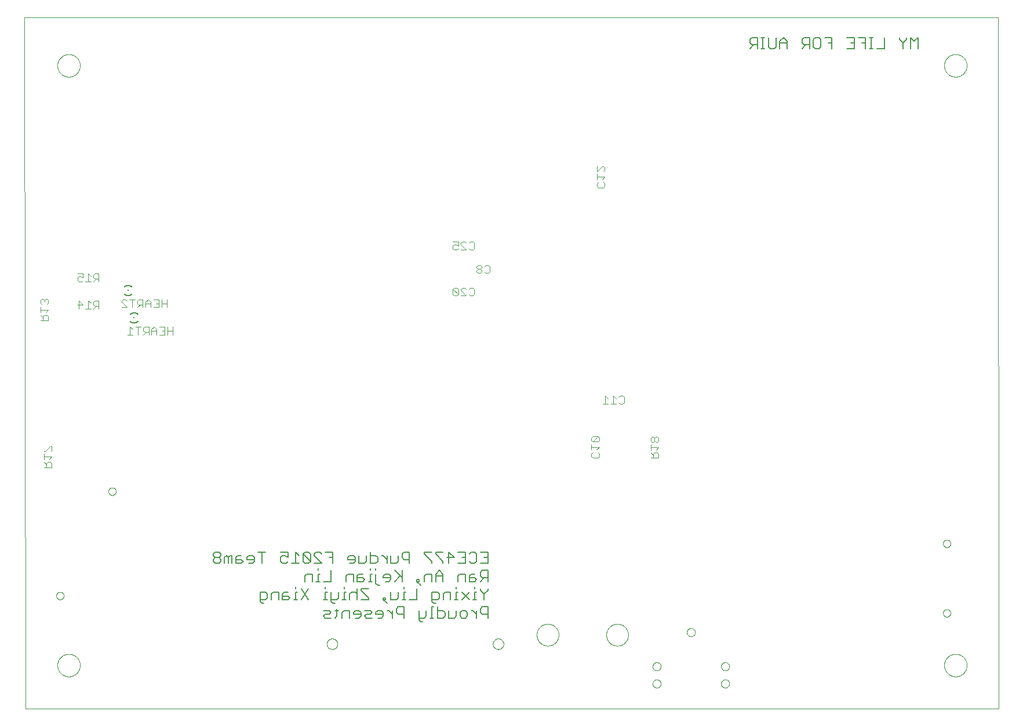
<source format=gbo>
G75*
%MOIN*%
%OFA0B0*%
%FSLAX25Y25*%
%IPPOS*%
%LPD*%
%AMOC8*
5,1,8,0,0,1.08239X$1,22.5*
%
%ADD10C,0.00000*%
%ADD11C,0.00600*%
%ADD12C,0.00400*%
%ADD13C,0.00040*%
%ADD14R,0.00787X0.00787*%
%ADD15R,0.00591X0.00984*%
D10*
X0016817Y0051800D02*
X0016317Y0449501D01*
X0576239Y0449501D01*
X0576739Y0051800D01*
X0016817Y0051800D01*
X0035321Y0076800D02*
X0035323Y0076961D01*
X0035329Y0077121D01*
X0035339Y0077282D01*
X0035353Y0077442D01*
X0035371Y0077601D01*
X0035392Y0077761D01*
X0035418Y0077919D01*
X0035448Y0078077D01*
X0035481Y0078234D01*
X0035519Y0078391D01*
X0035560Y0078546D01*
X0035605Y0078700D01*
X0035654Y0078853D01*
X0035707Y0079005D01*
X0035763Y0079155D01*
X0035823Y0079304D01*
X0035887Y0079452D01*
X0035954Y0079598D01*
X0036025Y0079742D01*
X0036100Y0079884D01*
X0036178Y0080025D01*
X0036259Y0080163D01*
X0036344Y0080300D01*
X0036433Y0080434D01*
X0036524Y0080566D01*
X0036619Y0080696D01*
X0036717Y0080823D01*
X0036818Y0080948D01*
X0036922Y0081071D01*
X0037029Y0081190D01*
X0037139Y0081307D01*
X0037252Y0081422D01*
X0037368Y0081533D01*
X0037486Y0081642D01*
X0037607Y0081747D01*
X0037731Y0081850D01*
X0037857Y0081950D01*
X0037986Y0082046D01*
X0038117Y0082139D01*
X0038250Y0082229D01*
X0038385Y0082316D01*
X0038523Y0082399D01*
X0038662Y0082478D01*
X0038804Y0082555D01*
X0038947Y0082628D01*
X0039092Y0082697D01*
X0039239Y0082762D01*
X0039387Y0082824D01*
X0039537Y0082883D01*
X0039688Y0082937D01*
X0039840Y0082988D01*
X0039994Y0083035D01*
X0040149Y0083078D01*
X0040304Y0083117D01*
X0040461Y0083153D01*
X0040619Y0083185D01*
X0040777Y0083212D01*
X0040936Y0083236D01*
X0041095Y0083256D01*
X0041255Y0083272D01*
X0041416Y0083284D01*
X0041576Y0083292D01*
X0041737Y0083296D01*
X0041897Y0083296D01*
X0042058Y0083292D01*
X0042218Y0083284D01*
X0042379Y0083272D01*
X0042539Y0083256D01*
X0042698Y0083236D01*
X0042857Y0083212D01*
X0043015Y0083185D01*
X0043173Y0083153D01*
X0043330Y0083117D01*
X0043485Y0083078D01*
X0043640Y0083035D01*
X0043794Y0082988D01*
X0043946Y0082937D01*
X0044097Y0082883D01*
X0044247Y0082824D01*
X0044395Y0082762D01*
X0044542Y0082697D01*
X0044687Y0082628D01*
X0044830Y0082555D01*
X0044972Y0082478D01*
X0045111Y0082399D01*
X0045249Y0082316D01*
X0045384Y0082229D01*
X0045517Y0082139D01*
X0045648Y0082046D01*
X0045777Y0081950D01*
X0045903Y0081850D01*
X0046027Y0081747D01*
X0046148Y0081642D01*
X0046266Y0081533D01*
X0046382Y0081422D01*
X0046495Y0081307D01*
X0046605Y0081190D01*
X0046712Y0081071D01*
X0046816Y0080948D01*
X0046917Y0080823D01*
X0047015Y0080696D01*
X0047110Y0080566D01*
X0047201Y0080434D01*
X0047290Y0080300D01*
X0047375Y0080163D01*
X0047456Y0080025D01*
X0047534Y0079884D01*
X0047609Y0079742D01*
X0047680Y0079598D01*
X0047747Y0079452D01*
X0047811Y0079304D01*
X0047871Y0079155D01*
X0047927Y0079005D01*
X0047980Y0078853D01*
X0048029Y0078700D01*
X0048074Y0078546D01*
X0048115Y0078391D01*
X0048153Y0078234D01*
X0048186Y0078077D01*
X0048216Y0077919D01*
X0048242Y0077761D01*
X0048263Y0077601D01*
X0048281Y0077442D01*
X0048295Y0077282D01*
X0048305Y0077121D01*
X0048311Y0076961D01*
X0048313Y0076800D01*
X0048311Y0076639D01*
X0048305Y0076479D01*
X0048295Y0076318D01*
X0048281Y0076158D01*
X0048263Y0075999D01*
X0048242Y0075839D01*
X0048216Y0075681D01*
X0048186Y0075523D01*
X0048153Y0075366D01*
X0048115Y0075209D01*
X0048074Y0075054D01*
X0048029Y0074900D01*
X0047980Y0074747D01*
X0047927Y0074595D01*
X0047871Y0074445D01*
X0047811Y0074296D01*
X0047747Y0074148D01*
X0047680Y0074002D01*
X0047609Y0073858D01*
X0047534Y0073716D01*
X0047456Y0073575D01*
X0047375Y0073437D01*
X0047290Y0073300D01*
X0047201Y0073166D01*
X0047110Y0073034D01*
X0047015Y0072904D01*
X0046917Y0072777D01*
X0046816Y0072652D01*
X0046712Y0072529D01*
X0046605Y0072410D01*
X0046495Y0072293D01*
X0046382Y0072178D01*
X0046266Y0072067D01*
X0046148Y0071958D01*
X0046027Y0071853D01*
X0045903Y0071750D01*
X0045777Y0071650D01*
X0045648Y0071554D01*
X0045517Y0071461D01*
X0045384Y0071371D01*
X0045249Y0071284D01*
X0045111Y0071201D01*
X0044972Y0071122D01*
X0044830Y0071045D01*
X0044687Y0070972D01*
X0044542Y0070903D01*
X0044395Y0070838D01*
X0044247Y0070776D01*
X0044097Y0070717D01*
X0043946Y0070663D01*
X0043794Y0070612D01*
X0043640Y0070565D01*
X0043485Y0070522D01*
X0043330Y0070483D01*
X0043173Y0070447D01*
X0043015Y0070415D01*
X0042857Y0070388D01*
X0042698Y0070364D01*
X0042539Y0070344D01*
X0042379Y0070328D01*
X0042218Y0070316D01*
X0042058Y0070308D01*
X0041897Y0070304D01*
X0041737Y0070304D01*
X0041576Y0070308D01*
X0041416Y0070316D01*
X0041255Y0070328D01*
X0041095Y0070344D01*
X0040936Y0070364D01*
X0040777Y0070388D01*
X0040619Y0070415D01*
X0040461Y0070447D01*
X0040304Y0070483D01*
X0040149Y0070522D01*
X0039994Y0070565D01*
X0039840Y0070612D01*
X0039688Y0070663D01*
X0039537Y0070717D01*
X0039387Y0070776D01*
X0039239Y0070838D01*
X0039092Y0070903D01*
X0038947Y0070972D01*
X0038804Y0071045D01*
X0038662Y0071122D01*
X0038523Y0071201D01*
X0038385Y0071284D01*
X0038250Y0071371D01*
X0038117Y0071461D01*
X0037986Y0071554D01*
X0037857Y0071650D01*
X0037731Y0071750D01*
X0037607Y0071853D01*
X0037486Y0071958D01*
X0037368Y0072067D01*
X0037252Y0072178D01*
X0037139Y0072293D01*
X0037029Y0072410D01*
X0036922Y0072529D01*
X0036818Y0072652D01*
X0036717Y0072777D01*
X0036619Y0072904D01*
X0036524Y0073034D01*
X0036433Y0073166D01*
X0036344Y0073300D01*
X0036259Y0073437D01*
X0036178Y0073575D01*
X0036100Y0073716D01*
X0036025Y0073858D01*
X0035954Y0074002D01*
X0035887Y0074148D01*
X0035823Y0074296D01*
X0035763Y0074445D01*
X0035707Y0074595D01*
X0035654Y0074747D01*
X0035605Y0074900D01*
X0035560Y0075054D01*
X0035519Y0075209D01*
X0035481Y0075366D01*
X0035448Y0075523D01*
X0035418Y0075681D01*
X0035392Y0075839D01*
X0035371Y0075999D01*
X0035353Y0076158D01*
X0035339Y0076318D01*
X0035329Y0076479D01*
X0035323Y0076639D01*
X0035321Y0076800D01*
X0034652Y0116800D02*
X0034654Y0116893D01*
X0034660Y0116985D01*
X0034670Y0117077D01*
X0034684Y0117168D01*
X0034701Y0117259D01*
X0034723Y0117349D01*
X0034748Y0117438D01*
X0034777Y0117526D01*
X0034810Y0117612D01*
X0034847Y0117697D01*
X0034887Y0117781D01*
X0034931Y0117862D01*
X0034978Y0117942D01*
X0035028Y0118020D01*
X0035082Y0118095D01*
X0035139Y0118168D01*
X0035199Y0118238D01*
X0035262Y0118306D01*
X0035328Y0118371D01*
X0035396Y0118433D01*
X0035467Y0118493D01*
X0035541Y0118549D01*
X0035617Y0118602D01*
X0035695Y0118651D01*
X0035775Y0118698D01*
X0035857Y0118740D01*
X0035941Y0118780D01*
X0036026Y0118815D01*
X0036113Y0118847D01*
X0036201Y0118876D01*
X0036290Y0118900D01*
X0036380Y0118921D01*
X0036471Y0118937D01*
X0036563Y0118950D01*
X0036655Y0118959D01*
X0036748Y0118964D01*
X0036840Y0118965D01*
X0036933Y0118962D01*
X0037025Y0118955D01*
X0037117Y0118944D01*
X0037208Y0118929D01*
X0037299Y0118911D01*
X0037389Y0118888D01*
X0037477Y0118862D01*
X0037565Y0118832D01*
X0037651Y0118798D01*
X0037735Y0118761D01*
X0037818Y0118719D01*
X0037899Y0118675D01*
X0037979Y0118627D01*
X0038056Y0118576D01*
X0038130Y0118521D01*
X0038203Y0118463D01*
X0038273Y0118403D01*
X0038340Y0118339D01*
X0038404Y0118273D01*
X0038466Y0118203D01*
X0038524Y0118132D01*
X0038579Y0118058D01*
X0038631Y0117981D01*
X0038680Y0117902D01*
X0038726Y0117822D01*
X0038768Y0117739D01*
X0038806Y0117655D01*
X0038841Y0117569D01*
X0038872Y0117482D01*
X0038899Y0117394D01*
X0038922Y0117304D01*
X0038942Y0117214D01*
X0038958Y0117123D01*
X0038970Y0117031D01*
X0038978Y0116939D01*
X0038982Y0116846D01*
X0038982Y0116754D01*
X0038978Y0116661D01*
X0038970Y0116569D01*
X0038958Y0116477D01*
X0038942Y0116386D01*
X0038922Y0116296D01*
X0038899Y0116206D01*
X0038872Y0116118D01*
X0038841Y0116031D01*
X0038806Y0115945D01*
X0038768Y0115861D01*
X0038726Y0115778D01*
X0038680Y0115698D01*
X0038631Y0115619D01*
X0038579Y0115542D01*
X0038524Y0115468D01*
X0038466Y0115397D01*
X0038404Y0115327D01*
X0038340Y0115261D01*
X0038273Y0115197D01*
X0038203Y0115137D01*
X0038130Y0115079D01*
X0038056Y0115024D01*
X0037979Y0114973D01*
X0037900Y0114925D01*
X0037818Y0114881D01*
X0037735Y0114839D01*
X0037651Y0114802D01*
X0037565Y0114768D01*
X0037477Y0114738D01*
X0037389Y0114712D01*
X0037299Y0114689D01*
X0037208Y0114671D01*
X0037117Y0114656D01*
X0037025Y0114645D01*
X0036933Y0114638D01*
X0036840Y0114635D01*
X0036748Y0114636D01*
X0036655Y0114641D01*
X0036563Y0114650D01*
X0036471Y0114663D01*
X0036380Y0114679D01*
X0036290Y0114700D01*
X0036201Y0114724D01*
X0036113Y0114753D01*
X0036026Y0114785D01*
X0035941Y0114820D01*
X0035857Y0114860D01*
X0035775Y0114902D01*
X0035695Y0114949D01*
X0035617Y0114998D01*
X0035541Y0115051D01*
X0035467Y0115107D01*
X0035396Y0115167D01*
X0035328Y0115229D01*
X0035262Y0115294D01*
X0035199Y0115362D01*
X0035139Y0115432D01*
X0035082Y0115505D01*
X0035028Y0115580D01*
X0034978Y0115658D01*
X0034931Y0115738D01*
X0034887Y0115819D01*
X0034847Y0115903D01*
X0034810Y0115988D01*
X0034777Y0116074D01*
X0034748Y0116162D01*
X0034723Y0116251D01*
X0034701Y0116341D01*
X0034684Y0116432D01*
X0034670Y0116523D01*
X0034660Y0116615D01*
X0034654Y0116707D01*
X0034652Y0116800D01*
X0064652Y0176800D02*
X0064654Y0176893D01*
X0064660Y0176985D01*
X0064670Y0177077D01*
X0064684Y0177168D01*
X0064701Y0177259D01*
X0064723Y0177349D01*
X0064748Y0177438D01*
X0064777Y0177526D01*
X0064810Y0177612D01*
X0064847Y0177697D01*
X0064887Y0177781D01*
X0064931Y0177862D01*
X0064978Y0177942D01*
X0065028Y0178020D01*
X0065082Y0178095D01*
X0065139Y0178168D01*
X0065199Y0178238D01*
X0065262Y0178306D01*
X0065328Y0178371D01*
X0065396Y0178433D01*
X0065467Y0178493D01*
X0065541Y0178549D01*
X0065617Y0178602D01*
X0065695Y0178651D01*
X0065775Y0178698D01*
X0065857Y0178740D01*
X0065941Y0178780D01*
X0066026Y0178815D01*
X0066113Y0178847D01*
X0066201Y0178876D01*
X0066290Y0178900D01*
X0066380Y0178921D01*
X0066471Y0178937D01*
X0066563Y0178950D01*
X0066655Y0178959D01*
X0066748Y0178964D01*
X0066840Y0178965D01*
X0066933Y0178962D01*
X0067025Y0178955D01*
X0067117Y0178944D01*
X0067208Y0178929D01*
X0067299Y0178911D01*
X0067389Y0178888D01*
X0067477Y0178862D01*
X0067565Y0178832D01*
X0067651Y0178798D01*
X0067735Y0178761D01*
X0067818Y0178719D01*
X0067899Y0178675D01*
X0067979Y0178627D01*
X0068056Y0178576D01*
X0068130Y0178521D01*
X0068203Y0178463D01*
X0068273Y0178403D01*
X0068340Y0178339D01*
X0068404Y0178273D01*
X0068466Y0178203D01*
X0068524Y0178132D01*
X0068579Y0178058D01*
X0068631Y0177981D01*
X0068680Y0177902D01*
X0068726Y0177822D01*
X0068768Y0177739D01*
X0068806Y0177655D01*
X0068841Y0177569D01*
X0068872Y0177482D01*
X0068899Y0177394D01*
X0068922Y0177304D01*
X0068942Y0177214D01*
X0068958Y0177123D01*
X0068970Y0177031D01*
X0068978Y0176939D01*
X0068982Y0176846D01*
X0068982Y0176754D01*
X0068978Y0176661D01*
X0068970Y0176569D01*
X0068958Y0176477D01*
X0068942Y0176386D01*
X0068922Y0176296D01*
X0068899Y0176206D01*
X0068872Y0176118D01*
X0068841Y0176031D01*
X0068806Y0175945D01*
X0068768Y0175861D01*
X0068726Y0175778D01*
X0068680Y0175698D01*
X0068631Y0175619D01*
X0068579Y0175542D01*
X0068524Y0175468D01*
X0068466Y0175397D01*
X0068404Y0175327D01*
X0068340Y0175261D01*
X0068273Y0175197D01*
X0068203Y0175137D01*
X0068130Y0175079D01*
X0068056Y0175024D01*
X0067979Y0174973D01*
X0067900Y0174925D01*
X0067818Y0174881D01*
X0067735Y0174839D01*
X0067651Y0174802D01*
X0067565Y0174768D01*
X0067477Y0174738D01*
X0067389Y0174712D01*
X0067299Y0174689D01*
X0067208Y0174671D01*
X0067117Y0174656D01*
X0067025Y0174645D01*
X0066933Y0174638D01*
X0066840Y0174635D01*
X0066748Y0174636D01*
X0066655Y0174641D01*
X0066563Y0174650D01*
X0066471Y0174663D01*
X0066380Y0174679D01*
X0066290Y0174700D01*
X0066201Y0174724D01*
X0066113Y0174753D01*
X0066026Y0174785D01*
X0065941Y0174820D01*
X0065857Y0174860D01*
X0065775Y0174902D01*
X0065695Y0174949D01*
X0065617Y0174998D01*
X0065541Y0175051D01*
X0065467Y0175107D01*
X0065396Y0175167D01*
X0065328Y0175229D01*
X0065262Y0175294D01*
X0065199Y0175362D01*
X0065139Y0175432D01*
X0065082Y0175505D01*
X0065028Y0175580D01*
X0064978Y0175658D01*
X0064931Y0175738D01*
X0064887Y0175819D01*
X0064847Y0175903D01*
X0064810Y0175988D01*
X0064777Y0176074D01*
X0064748Y0176162D01*
X0064723Y0176251D01*
X0064701Y0176341D01*
X0064684Y0176432D01*
X0064670Y0176523D01*
X0064660Y0176615D01*
X0064654Y0176707D01*
X0064652Y0176800D01*
X0190262Y0089068D02*
X0190264Y0089178D01*
X0190270Y0089288D01*
X0190280Y0089398D01*
X0190294Y0089507D01*
X0190312Y0089616D01*
X0190333Y0089724D01*
X0190359Y0089831D01*
X0190388Y0089937D01*
X0190422Y0090042D01*
X0190459Y0090146D01*
X0190500Y0090248D01*
X0190544Y0090349D01*
X0190592Y0090448D01*
X0190644Y0090546D01*
X0190699Y0090641D01*
X0190757Y0090734D01*
X0190819Y0090825D01*
X0190884Y0090914D01*
X0190952Y0091001D01*
X0191024Y0091085D01*
X0191098Y0091166D01*
X0191175Y0091245D01*
X0191255Y0091321D01*
X0191338Y0091393D01*
X0191423Y0091463D01*
X0191511Y0091530D01*
X0191601Y0091593D01*
X0191693Y0091653D01*
X0191787Y0091710D01*
X0191884Y0091764D01*
X0191982Y0091813D01*
X0192082Y0091860D01*
X0192184Y0091902D01*
X0192287Y0091941D01*
X0192391Y0091976D01*
X0192497Y0092008D01*
X0192603Y0092035D01*
X0192711Y0092059D01*
X0192819Y0092079D01*
X0192928Y0092095D01*
X0193038Y0092107D01*
X0193148Y0092115D01*
X0193258Y0092119D01*
X0193368Y0092119D01*
X0193478Y0092115D01*
X0193588Y0092107D01*
X0193698Y0092095D01*
X0193807Y0092079D01*
X0193915Y0092059D01*
X0194023Y0092035D01*
X0194129Y0092008D01*
X0194235Y0091976D01*
X0194339Y0091941D01*
X0194442Y0091902D01*
X0194544Y0091860D01*
X0194644Y0091813D01*
X0194742Y0091764D01*
X0194838Y0091710D01*
X0194933Y0091653D01*
X0195025Y0091593D01*
X0195115Y0091530D01*
X0195203Y0091463D01*
X0195288Y0091393D01*
X0195371Y0091321D01*
X0195451Y0091245D01*
X0195528Y0091166D01*
X0195602Y0091085D01*
X0195674Y0091001D01*
X0195742Y0090914D01*
X0195807Y0090825D01*
X0195869Y0090734D01*
X0195927Y0090641D01*
X0195982Y0090546D01*
X0196034Y0090448D01*
X0196082Y0090349D01*
X0196126Y0090248D01*
X0196167Y0090146D01*
X0196204Y0090042D01*
X0196238Y0089937D01*
X0196267Y0089831D01*
X0196293Y0089724D01*
X0196314Y0089616D01*
X0196332Y0089507D01*
X0196346Y0089398D01*
X0196356Y0089288D01*
X0196362Y0089178D01*
X0196364Y0089068D01*
X0196362Y0088958D01*
X0196356Y0088848D01*
X0196346Y0088738D01*
X0196332Y0088629D01*
X0196314Y0088520D01*
X0196293Y0088412D01*
X0196267Y0088305D01*
X0196238Y0088199D01*
X0196204Y0088094D01*
X0196167Y0087990D01*
X0196126Y0087888D01*
X0196082Y0087787D01*
X0196034Y0087688D01*
X0195982Y0087590D01*
X0195927Y0087495D01*
X0195869Y0087402D01*
X0195807Y0087311D01*
X0195742Y0087222D01*
X0195674Y0087135D01*
X0195602Y0087051D01*
X0195528Y0086970D01*
X0195451Y0086891D01*
X0195371Y0086815D01*
X0195288Y0086743D01*
X0195203Y0086673D01*
X0195115Y0086606D01*
X0195025Y0086543D01*
X0194933Y0086483D01*
X0194839Y0086426D01*
X0194742Y0086372D01*
X0194644Y0086323D01*
X0194544Y0086276D01*
X0194442Y0086234D01*
X0194339Y0086195D01*
X0194235Y0086160D01*
X0194129Y0086128D01*
X0194023Y0086101D01*
X0193915Y0086077D01*
X0193807Y0086057D01*
X0193698Y0086041D01*
X0193588Y0086029D01*
X0193478Y0086021D01*
X0193368Y0086017D01*
X0193258Y0086017D01*
X0193148Y0086021D01*
X0193038Y0086029D01*
X0192928Y0086041D01*
X0192819Y0086057D01*
X0192711Y0086077D01*
X0192603Y0086101D01*
X0192497Y0086128D01*
X0192391Y0086160D01*
X0192287Y0086195D01*
X0192184Y0086234D01*
X0192082Y0086276D01*
X0191982Y0086323D01*
X0191884Y0086372D01*
X0191787Y0086426D01*
X0191693Y0086483D01*
X0191601Y0086543D01*
X0191511Y0086606D01*
X0191423Y0086673D01*
X0191338Y0086743D01*
X0191255Y0086815D01*
X0191175Y0086891D01*
X0191098Y0086970D01*
X0191024Y0087051D01*
X0190952Y0087135D01*
X0190884Y0087222D01*
X0190819Y0087311D01*
X0190757Y0087402D01*
X0190699Y0087495D01*
X0190644Y0087590D01*
X0190592Y0087688D01*
X0190544Y0087787D01*
X0190500Y0087888D01*
X0190459Y0087990D01*
X0190422Y0088094D01*
X0190388Y0088199D01*
X0190359Y0088305D01*
X0190333Y0088412D01*
X0190312Y0088520D01*
X0190294Y0088629D01*
X0190280Y0088738D01*
X0190270Y0088848D01*
X0190264Y0088958D01*
X0190262Y0089068D01*
X0285774Y0089068D02*
X0285776Y0089178D01*
X0285782Y0089288D01*
X0285792Y0089398D01*
X0285806Y0089507D01*
X0285824Y0089616D01*
X0285845Y0089724D01*
X0285871Y0089831D01*
X0285900Y0089937D01*
X0285934Y0090042D01*
X0285971Y0090146D01*
X0286012Y0090248D01*
X0286056Y0090349D01*
X0286104Y0090448D01*
X0286156Y0090546D01*
X0286211Y0090641D01*
X0286269Y0090734D01*
X0286331Y0090825D01*
X0286396Y0090914D01*
X0286464Y0091001D01*
X0286536Y0091085D01*
X0286610Y0091166D01*
X0286687Y0091245D01*
X0286767Y0091321D01*
X0286850Y0091393D01*
X0286935Y0091463D01*
X0287023Y0091530D01*
X0287113Y0091593D01*
X0287205Y0091653D01*
X0287299Y0091710D01*
X0287396Y0091764D01*
X0287494Y0091813D01*
X0287594Y0091860D01*
X0287696Y0091902D01*
X0287799Y0091941D01*
X0287903Y0091976D01*
X0288009Y0092008D01*
X0288115Y0092035D01*
X0288223Y0092059D01*
X0288331Y0092079D01*
X0288440Y0092095D01*
X0288550Y0092107D01*
X0288660Y0092115D01*
X0288770Y0092119D01*
X0288880Y0092119D01*
X0288990Y0092115D01*
X0289100Y0092107D01*
X0289210Y0092095D01*
X0289319Y0092079D01*
X0289427Y0092059D01*
X0289535Y0092035D01*
X0289641Y0092008D01*
X0289747Y0091976D01*
X0289851Y0091941D01*
X0289954Y0091902D01*
X0290056Y0091860D01*
X0290156Y0091813D01*
X0290254Y0091764D01*
X0290350Y0091710D01*
X0290445Y0091653D01*
X0290537Y0091593D01*
X0290627Y0091530D01*
X0290715Y0091463D01*
X0290800Y0091393D01*
X0290883Y0091321D01*
X0290963Y0091245D01*
X0291040Y0091166D01*
X0291114Y0091085D01*
X0291186Y0091001D01*
X0291254Y0090914D01*
X0291319Y0090825D01*
X0291381Y0090734D01*
X0291439Y0090641D01*
X0291494Y0090546D01*
X0291546Y0090448D01*
X0291594Y0090349D01*
X0291638Y0090248D01*
X0291679Y0090146D01*
X0291716Y0090042D01*
X0291750Y0089937D01*
X0291779Y0089831D01*
X0291805Y0089724D01*
X0291826Y0089616D01*
X0291844Y0089507D01*
X0291858Y0089398D01*
X0291868Y0089288D01*
X0291874Y0089178D01*
X0291876Y0089068D01*
X0291874Y0088958D01*
X0291868Y0088848D01*
X0291858Y0088738D01*
X0291844Y0088629D01*
X0291826Y0088520D01*
X0291805Y0088412D01*
X0291779Y0088305D01*
X0291750Y0088199D01*
X0291716Y0088094D01*
X0291679Y0087990D01*
X0291638Y0087888D01*
X0291594Y0087787D01*
X0291546Y0087688D01*
X0291494Y0087590D01*
X0291439Y0087495D01*
X0291381Y0087402D01*
X0291319Y0087311D01*
X0291254Y0087222D01*
X0291186Y0087135D01*
X0291114Y0087051D01*
X0291040Y0086970D01*
X0290963Y0086891D01*
X0290883Y0086815D01*
X0290800Y0086743D01*
X0290715Y0086673D01*
X0290627Y0086606D01*
X0290537Y0086543D01*
X0290445Y0086483D01*
X0290351Y0086426D01*
X0290254Y0086372D01*
X0290156Y0086323D01*
X0290056Y0086276D01*
X0289954Y0086234D01*
X0289851Y0086195D01*
X0289747Y0086160D01*
X0289641Y0086128D01*
X0289535Y0086101D01*
X0289427Y0086077D01*
X0289319Y0086057D01*
X0289210Y0086041D01*
X0289100Y0086029D01*
X0288990Y0086021D01*
X0288880Y0086017D01*
X0288770Y0086017D01*
X0288660Y0086021D01*
X0288550Y0086029D01*
X0288440Y0086041D01*
X0288331Y0086057D01*
X0288223Y0086077D01*
X0288115Y0086101D01*
X0288009Y0086128D01*
X0287903Y0086160D01*
X0287799Y0086195D01*
X0287696Y0086234D01*
X0287594Y0086276D01*
X0287494Y0086323D01*
X0287396Y0086372D01*
X0287299Y0086426D01*
X0287205Y0086483D01*
X0287113Y0086543D01*
X0287023Y0086606D01*
X0286935Y0086673D01*
X0286850Y0086743D01*
X0286767Y0086815D01*
X0286687Y0086891D01*
X0286610Y0086970D01*
X0286536Y0087051D01*
X0286464Y0087135D01*
X0286396Y0087222D01*
X0286331Y0087311D01*
X0286269Y0087402D01*
X0286211Y0087495D01*
X0286156Y0087590D01*
X0286104Y0087688D01*
X0286056Y0087787D01*
X0286012Y0087888D01*
X0285971Y0087990D01*
X0285934Y0088094D01*
X0285900Y0088199D01*
X0285871Y0088305D01*
X0285845Y0088412D01*
X0285824Y0088520D01*
X0285806Y0088629D01*
X0285792Y0088738D01*
X0285782Y0088848D01*
X0285776Y0088958D01*
X0285774Y0089068D01*
X0311018Y0094300D02*
X0311020Y0094458D01*
X0311026Y0094616D01*
X0311036Y0094774D01*
X0311050Y0094932D01*
X0311068Y0095089D01*
X0311089Y0095246D01*
X0311115Y0095402D01*
X0311145Y0095558D01*
X0311178Y0095713D01*
X0311216Y0095866D01*
X0311257Y0096019D01*
X0311302Y0096171D01*
X0311351Y0096322D01*
X0311404Y0096471D01*
X0311460Y0096619D01*
X0311520Y0096765D01*
X0311584Y0096910D01*
X0311652Y0097053D01*
X0311723Y0097195D01*
X0311797Y0097335D01*
X0311875Y0097472D01*
X0311957Y0097608D01*
X0312041Y0097742D01*
X0312130Y0097873D01*
X0312221Y0098002D01*
X0312316Y0098129D01*
X0312413Y0098254D01*
X0312514Y0098376D01*
X0312618Y0098495D01*
X0312725Y0098612D01*
X0312835Y0098726D01*
X0312948Y0098837D01*
X0313063Y0098946D01*
X0313181Y0099051D01*
X0313302Y0099153D01*
X0313425Y0099253D01*
X0313551Y0099349D01*
X0313679Y0099442D01*
X0313809Y0099532D01*
X0313942Y0099618D01*
X0314077Y0099702D01*
X0314213Y0099781D01*
X0314352Y0099858D01*
X0314493Y0099930D01*
X0314635Y0100000D01*
X0314779Y0100065D01*
X0314925Y0100127D01*
X0315072Y0100185D01*
X0315221Y0100240D01*
X0315371Y0100291D01*
X0315522Y0100338D01*
X0315674Y0100381D01*
X0315827Y0100420D01*
X0315982Y0100456D01*
X0316137Y0100487D01*
X0316293Y0100515D01*
X0316449Y0100539D01*
X0316606Y0100559D01*
X0316764Y0100575D01*
X0316921Y0100587D01*
X0317080Y0100595D01*
X0317238Y0100599D01*
X0317396Y0100599D01*
X0317554Y0100595D01*
X0317713Y0100587D01*
X0317870Y0100575D01*
X0318028Y0100559D01*
X0318185Y0100539D01*
X0318341Y0100515D01*
X0318497Y0100487D01*
X0318652Y0100456D01*
X0318807Y0100420D01*
X0318960Y0100381D01*
X0319112Y0100338D01*
X0319263Y0100291D01*
X0319413Y0100240D01*
X0319562Y0100185D01*
X0319709Y0100127D01*
X0319855Y0100065D01*
X0319999Y0100000D01*
X0320141Y0099930D01*
X0320282Y0099858D01*
X0320421Y0099781D01*
X0320557Y0099702D01*
X0320692Y0099618D01*
X0320825Y0099532D01*
X0320955Y0099442D01*
X0321083Y0099349D01*
X0321209Y0099253D01*
X0321332Y0099153D01*
X0321453Y0099051D01*
X0321571Y0098946D01*
X0321686Y0098837D01*
X0321799Y0098726D01*
X0321909Y0098612D01*
X0322016Y0098495D01*
X0322120Y0098376D01*
X0322221Y0098254D01*
X0322318Y0098129D01*
X0322413Y0098002D01*
X0322504Y0097873D01*
X0322593Y0097742D01*
X0322677Y0097608D01*
X0322759Y0097472D01*
X0322837Y0097335D01*
X0322911Y0097195D01*
X0322982Y0097053D01*
X0323050Y0096910D01*
X0323114Y0096765D01*
X0323174Y0096619D01*
X0323230Y0096471D01*
X0323283Y0096322D01*
X0323332Y0096171D01*
X0323377Y0096019D01*
X0323418Y0095866D01*
X0323456Y0095713D01*
X0323489Y0095558D01*
X0323519Y0095402D01*
X0323545Y0095246D01*
X0323566Y0095089D01*
X0323584Y0094932D01*
X0323598Y0094774D01*
X0323608Y0094616D01*
X0323614Y0094458D01*
X0323616Y0094300D01*
X0323614Y0094142D01*
X0323608Y0093984D01*
X0323598Y0093826D01*
X0323584Y0093668D01*
X0323566Y0093511D01*
X0323545Y0093354D01*
X0323519Y0093198D01*
X0323489Y0093042D01*
X0323456Y0092887D01*
X0323418Y0092734D01*
X0323377Y0092581D01*
X0323332Y0092429D01*
X0323283Y0092278D01*
X0323230Y0092129D01*
X0323174Y0091981D01*
X0323114Y0091835D01*
X0323050Y0091690D01*
X0322982Y0091547D01*
X0322911Y0091405D01*
X0322837Y0091265D01*
X0322759Y0091128D01*
X0322677Y0090992D01*
X0322593Y0090858D01*
X0322504Y0090727D01*
X0322413Y0090598D01*
X0322318Y0090471D01*
X0322221Y0090346D01*
X0322120Y0090224D01*
X0322016Y0090105D01*
X0321909Y0089988D01*
X0321799Y0089874D01*
X0321686Y0089763D01*
X0321571Y0089654D01*
X0321453Y0089549D01*
X0321332Y0089447D01*
X0321209Y0089347D01*
X0321083Y0089251D01*
X0320955Y0089158D01*
X0320825Y0089068D01*
X0320692Y0088982D01*
X0320557Y0088898D01*
X0320421Y0088819D01*
X0320282Y0088742D01*
X0320141Y0088670D01*
X0319999Y0088600D01*
X0319855Y0088535D01*
X0319709Y0088473D01*
X0319562Y0088415D01*
X0319413Y0088360D01*
X0319263Y0088309D01*
X0319112Y0088262D01*
X0318960Y0088219D01*
X0318807Y0088180D01*
X0318652Y0088144D01*
X0318497Y0088113D01*
X0318341Y0088085D01*
X0318185Y0088061D01*
X0318028Y0088041D01*
X0317870Y0088025D01*
X0317713Y0088013D01*
X0317554Y0088005D01*
X0317396Y0088001D01*
X0317238Y0088001D01*
X0317080Y0088005D01*
X0316921Y0088013D01*
X0316764Y0088025D01*
X0316606Y0088041D01*
X0316449Y0088061D01*
X0316293Y0088085D01*
X0316137Y0088113D01*
X0315982Y0088144D01*
X0315827Y0088180D01*
X0315674Y0088219D01*
X0315522Y0088262D01*
X0315371Y0088309D01*
X0315221Y0088360D01*
X0315072Y0088415D01*
X0314925Y0088473D01*
X0314779Y0088535D01*
X0314635Y0088600D01*
X0314493Y0088670D01*
X0314352Y0088742D01*
X0314213Y0088819D01*
X0314077Y0088898D01*
X0313942Y0088982D01*
X0313809Y0089068D01*
X0313679Y0089158D01*
X0313551Y0089251D01*
X0313425Y0089347D01*
X0313302Y0089447D01*
X0313181Y0089549D01*
X0313063Y0089654D01*
X0312948Y0089763D01*
X0312835Y0089874D01*
X0312725Y0089988D01*
X0312618Y0090105D01*
X0312514Y0090224D01*
X0312413Y0090346D01*
X0312316Y0090471D01*
X0312221Y0090598D01*
X0312130Y0090727D01*
X0312041Y0090858D01*
X0311957Y0090992D01*
X0311875Y0091128D01*
X0311797Y0091265D01*
X0311723Y0091405D01*
X0311652Y0091547D01*
X0311584Y0091690D01*
X0311520Y0091835D01*
X0311460Y0091981D01*
X0311404Y0092129D01*
X0311351Y0092278D01*
X0311302Y0092429D01*
X0311257Y0092581D01*
X0311216Y0092734D01*
X0311178Y0092887D01*
X0311145Y0093042D01*
X0311115Y0093198D01*
X0311089Y0093354D01*
X0311068Y0093511D01*
X0311050Y0093668D01*
X0311036Y0093826D01*
X0311026Y0093984D01*
X0311020Y0094142D01*
X0311018Y0094300D01*
X0351018Y0094300D02*
X0351020Y0094458D01*
X0351026Y0094616D01*
X0351036Y0094774D01*
X0351050Y0094932D01*
X0351068Y0095089D01*
X0351089Y0095246D01*
X0351115Y0095402D01*
X0351145Y0095558D01*
X0351178Y0095713D01*
X0351216Y0095866D01*
X0351257Y0096019D01*
X0351302Y0096171D01*
X0351351Y0096322D01*
X0351404Y0096471D01*
X0351460Y0096619D01*
X0351520Y0096765D01*
X0351584Y0096910D01*
X0351652Y0097053D01*
X0351723Y0097195D01*
X0351797Y0097335D01*
X0351875Y0097472D01*
X0351957Y0097608D01*
X0352041Y0097742D01*
X0352130Y0097873D01*
X0352221Y0098002D01*
X0352316Y0098129D01*
X0352413Y0098254D01*
X0352514Y0098376D01*
X0352618Y0098495D01*
X0352725Y0098612D01*
X0352835Y0098726D01*
X0352948Y0098837D01*
X0353063Y0098946D01*
X0353181Y0099051D01*
X0353302Y0099153D01*
X0353425Y0099253D01*
X0353551Y0099349D01*
X0353679Y0099442D01*
X0353809Y0099532D01*
X0353942Y0099618D01*
X0354077Y0099702D01*
X0354213Y0099781D01*
X0354352Y0099858D01*
X0354493Y0099930D01*
X0354635Y0100000D01*
X0354779Y0100065D01*
X0354925Y0100127D01*
X0355072Y0100185D01*
X0355221Y0100240D01*
X0355371Y0100291D01*
X0355522Y0100338D01*
X0355674Y0100381D01*
X0355827Y0100420D01*
X0355982Y0100456D01*
X0356137Y0100487D01*
X0356293Y0100515D01*
X0356449Y0100539D01*
X0356606Y0100559D01*
X0356764Y0100575D01*
X0356921Y0100587D01*
X0357080Y0100595D01*
X0357238Y0100599D01*
X0357396Y0100599D01*
X0357554Y0100595D01*
X0357713Y0100587D01*
X0357870Y0100575D01*
X0358028Y0100559D01*
X0358185Y0100539D01*
X0358341Y0100515D01*
X0358497Y0100487D01*
X0358652Y0100456D01*
X0358807Y0100420D01*
X0358960Y0100381D01*
X0359112Y0100338D01*
X0359263Y0100291D01*
X0359413Y0100240D01*
X0359562Y0100185D01*
X0359709Y0100127D01*
X0359855Y0100065D01*
X0359999Y0100000D01*
X0360141Y0099930D01*
X0360282Y0099858D01*
X0360421Y0099781D01*
X0360557Y0099702D01*
X0360692Y0099618D01*
X0360825Y0099532D01*
X0360955Y0099442D01*
X0361083Y0099349D01*
X0361209Y0099253D01*
X0361332Y0099153D01*
X0361453Y0099051D01*
X0361571Y0098946D01*
X0361686Y0098837D01*
X0361799Y0098726D01*
X0361909Y0098612D01*
X0362016Y0098495D01*
X0362120Y0098376D01*
X0362221Y0098254D01*
X0362318Y0098129D01*
X0362413Y0098002D01*
X0362504Y0097873D01*
X0362593Y0097742D01*
X0362677Y0097608D01*
X0362759Y0097472D01*
X0362837Y0097335D01*
X0362911Y0097195D01*
X0362982Y0097053D01*
X0363050Y0096910D01*
X0363114Y0096765D01*
X0363174Y0096619D01*
X0363230Y0096471D01*
X0363283Y0096322D01*
X0363332Y0096171D01*
X0363377Y0096019D01*
X0363418Y0095866D01*
X0363456Y0095713D01*
X0363489Y0095558D01*
X0363519Y0095402D01*
X0363545Y0095246D01*
X0363566Y0095089D01*
X0363584Y0094932D01*
X0363598Y0094774D01*
X0363608Y0094616D01*
X0363614Y0094458D01*
X0363616Y0094300D01*
X0363614Y0094142D01*
X0363608Y0093984D01*
X0363598Y0093826D01*
X0363584Y0093668D01*
X0363566Y0093511D01*
X0363545Y0093354D01*
X0363519Y0093198D01*
X0363489Y0093042D01*
X0363456Y0092887D01*
X0363418Y0092734D01*
X0363377Y0092581D01*
X0363332Y0092429D01*
X0363283Y0092278D01*
X0363230Y0092129D01*
X0363174Y0091981D01*
X0363114Y0091835D01*
X0363050Y0091690D01*
X0362982Y0091547D01*
X0362911Y0091405D01*
X0362837Y0091265D01*
X0362759Y0091128D01*
X0362677Y0090992D01*
X0362593Y0090858D01*
X0362504Y0090727D01*
X0362413Y0090598D01*
X0362318Y0090471D01*
X0362221Y0090346D01*
X0362120Y0090224D01*
X0362016Y0090105D01*
X0361909Y0089988D01*
X0361799Y0089874D01*
X0361686Y0089763D01*
X0361571Y0089654D01*
X0361453Y0089549D01*
X0361332Y0089447D01*
X0361209Y0089347D01*
X0361083Y0089251D01*
X0360955Y0089158D01*
X0360825Y0089068D01*
X0360692Y0088982D01*
X0360557Y0088898D01*
X0360421Y0088819D01*
X0360282Y0088742D01*
X0360141Y0088670D01*
X0359999Y0088600D01*
X0359855Y0088535D01*
X0359709Y0088473D01*
X0359562Y0088415D01*
X0359413Y0088360D01*
X0359263Y0088309D01*
X0359112Y0088262D01*
X0358960Y0088219D01*
X0358807Y0088180D01*
X0358652Y0088144D01*
X0358497Y0088113D01*
X0358341Y0088085D01*
X0358185Y0088061D01*
X0358028Y0088041D01*
X0357870Y0088025D01*
X0357713Y0088013D01*
X0357554Y0088005D01*
X0357396Y0088001D01*
X0357238Y0088001D01*
X0357080Y0088005D01*
X0356921Y0088013D01*
X0356764Y0088025D01*
X0356606Y0088041D01*
X0356449Y0088061D01*
X0356293Y0088085D01*
X0356137Y0088113D01*
X0355982Y0088144D01*
X0355827Y0088180D01*
X0355674Y0088219D01*
X0355522Y0088262D01*
X0355371Y0088309D01*
X0355221Y0088360D01*
X0355072Y0088415D01*
X0354925Y0088473D01*
X0354779Y0088535D01*
X0354635Y0088600D01*
X0354493Y0088670D01*
X0354352Y0088742D01*
X0354213Y0088819D01*
X0354077Y0088898D01*
X0353942Y0088982D01*
X0353809Y0089068D01*
X0353679Y0089158D01*
X0353551Y0089251D01*
X0353425Y0089347D01*
X0353302Y0089447D01*
X0353181Y0089549D01*
X0353063Y0089654D01*
X0352948Y0089763D01*
X0352835Y0089874D01*
X0352725Y0089988D01*
X0352618Y0090105D01*
X0352514Y0090224D01*
X0352413Y0090346D01*
X0352316Y0090471D01*
X0352221Y0090598D01*
X0352130Y0090727D01*
X0352041Y0090858D01*
X0351957Y0090992D01*
X0351875Y0091128D01*
X0351797Y0091265D01*
X0351723Y0091405D01*
X0351652Y0091547D01*
X0351584Y0091690D01*
X0351520Y0091835D01*
X0351460Y0091981D01*
X0351404Y0092129D01*
X0351351Y0092278D01*
X0351302Y0092429D01*
X0351257Y0092581D01*
X0351216Y0092734D01*
X0351178Y0092887D01*
X0351145Y0093042D01*
X0351115Y0093198D01*
X0351089Y0093354D01*
X0351068Y0093511D01*
X0351050Y0093668D01*
X0351036Y0093826D01*
X0351026Y0093984D01*
X0351020Y0094142D01*
X0351018Y0094300D01*
X0377670Y0076100D02*
X0377672Y0076197D01*
X0377678Y0076294D01*
X0377688Y0076390D01*
X0377702Y0076486D01*
X0377720Y0076582D01*
X0377741Y0076676D01*
X0377767Y0076770D01*
X0377796Y0076862D01*
X0377830Y0076953D01*
X0377866Y0077043D01*
X0377907Y0077131D01*
X0377951Y0077217D01*
X0377999Y0077302D01*
X0378050Y0077384D01*
X0378104Y0077465D01*
X0378162Y0077543D01*
X0378223Y0077618D01*
X0378286Y0077691D01*
X0378353Y0077762D01*
X0378423Y0077829D01*
X0378495Y0077894D01*
X0378570Y0077955D01*
X0378648Y0078014D01*
X0378727Y0078069D01*
X0378809Y0078121D01*
X0378893Y0078169D01*
X0378979Y0078214D01*
X0379067Y0078256D01*
X0379156Y0078294D01*
X0379247Y0078328D01*
X0379339Y0078358D01*
X0379432Y0078385D01*
X0379527Y0078407D01*
X0379622Y0078426D01*
X0379718Y0078441D01*
X0379814Y0078452D01*
X0379911Y0078459D01*
X0380008Y0078462D01*
X0380105Y0078461D01*
X0380202Y0078456D01*
X0380298Y0078447D01*
X0380394Y0078434D01*
X0380490Y0078417D01*
X0380585Y0078396D01*
X0380678Y0078372D01*
X0380771Y0078343D01*
X0380863Y0078311D01*
X0380953Y0078275D01*
X0381041Y0078236D01*
X0381128Y0078192D01*
X0381213Y0078146D01*
X0381296Y0078095D01*
X0381377Y0078042D01*
X0381455Y0077985D01*
X0381532Y0077925D01*
X0381605Y0077862D01*
X0381676Y0077796D01*
X0381744Y0077727D01*
X0381810Y0077655D01*
X0381872Y0077581D01*
X0381931Y0077504D01*
X0381987Y0077425D01*
X0382040Y0077343D01*
X0382090Y0077260D01*
X0382135Y0077174D01*
X0382178Y0077087D01*
X0382217Y0076998D01*
X0382252Y0076908D01*
X0382283Y0076816D01*
X0382310Y0076723D01*
X0382334Y0076629D01*
X0382354Y0076534D01*
X0382370Y0076438D01*
X0382382Y0076342D01*
X0382390Y0076245D01*
X0382394Y0076148D01*
X0382394Y0076052D01*
X0382390Y0075955D01*
X0382382Y0075858D01*
X0382370Y0075762D01*
X0382354Y0075666D01*
X0382334Y0075571D01*
X0382310Y0075477D01*
X0382283Y0075384D01*
X0382252Y0075292D01*
X0382217Y0075202D01*
X0382178Y0075113D01*
X0382135Y0075026D01*
X0382090Y0074940D01*
X0382040Y0074857D01*
X0381987Y0074775D01*
X0381931Y0074696D01*
X0381872Y0074619D01*
X0381810Y0074545D01*
X0381744Y0074473D01*
X0381676Y0074404D01*
X0381605Y0074338D01*
X0381532Y0074275D01*
X0381455Y0074215D01*
X0381377Y0074158D01*
X0381296Y0074105D01*
X0381213Y0074054D01*
X0381128Y0074008D01*
X0381041Y0073964D01*
X0380953Y0073925D01*
X0380863Y0073889D01*
X0380771Y0073857D01*
X0380678Y0073828D01*
X0380585Y0073804D01*
X0380490Y0073783D01*
X0380394Y0073766D01*
X0380298Y0073753D01*
X0380202Y0073744D01*
X0380105Y0073739D01*
X0380008Y0073738D01*
X0379911Y0073741D01*
X0379814Y0073748D01*
X0379718Y0073759D01*
X0379622Y0073774D01*
X0379527Y0073793D01*
X0379432Y0073815D01*
X0379339Y0073842D01*
X0379247Y0073872D01*
X0379156Y0073906D01*
X0379067Y0073944D01*
X0378979Y0073986D01*
X0378893Y0074031D01*
X0378809Y0074079D01*
X0378727Y0074131D01*
X0378648Y0074186D01*
X0378570Y0074245D01*
X0378495Y0074306D01*
X0378423Y0074371D01*
X0378353Y0074438D01*
X0378286Y0074509D01*
X0378223Y0074582D01*
X0378162Y0074657D01*
X0378104Y0074735D01*
X0378050Y0074816D01*
X0377999Y0074898D01*
X0377951Y0074983D01*
X0377907Y0075069D01*
X0377866Y0075157D01*
X0377830Y0075247D01*
X0377796Y0075338D01*
X0377767Y0075430D01*
X0377741Y0075524D01*
X0377720Y0075618D01*
X0377702Y0075714D01*
X0377688Y0075810D01*
X0377678Y0075906D01*
X0377672Y0076003D01*
X0377670Y0076100D01*
X0377670Y0066257D02*
X0377672Y0066354D01*
X0377678Y0066451D01*
X0377688Y0066547D01*
X0377702Y0066643D01*
X0377720Y0066739D01*
X0377741Y0066833D01*
X0377767Y0066927D01*
X0377796Y0067019D01*
X0377830Y0067110D01*
X0377866Y0067200D01*
X0377907Y0067288D01*
X0377951Y0067374D01*
X0377999Y0067459D01*
X0378050Y0067541D01*
X0378104Y0067622D01*
X0378162Y0067700D01*
X0378223Y0067775D01*
X0378286Y0067848D01*
X0378353Y0067919D01*
X0378423Y0067986D01*
X0378495Y0068051D01*
X0378570Y0068112D01*
X0378648Y0068171D01*
X0378727Y0068226D01*
X0378809Y0068278D01*
X0378893Y0068326D01*
X0378979Y0068371D01*
X0379067Y0068413D01*
X0379156Y0068451D01*
X0379247Y0068485D01*
X0379339Y0068515D01*
X0379432Y0068542D01*
X0379527Y0068564D01*
X0379622Y0068583D01*
X0379718Y0068598D01*
X0379814Y0068609D01*
X0379911Y0068616D01*
X0380008Y0068619D01*
X0380105Y0068618D01*
X0380202Y0068613D01*
X0380298Y0068604D01*
X0380394Y0068591D01*
X0380490Y0068574D01*
X0380585Y0068553D01*
X0380678Y0068529D01*
X0380771Y0068500D01*
X0380863Y0068468D01*
X0380953Y0068432D01*
X0381041Y0068393D01*
X0381128Y0068349D01*
X0381213Y0068303D01*
X0381296Y0068252D01*
X0381377Y0068199D01*
X0381455Y0068142D01*
X0381532Y0068082D01*
X0381605Y0068019D01*
X0381676Y0067953D01*
X0381744Y0067884D01*
X0381810Y0067812D01*
X0381872Y0067738D01*
X0381931Y0067661D01*
X0381987Y0067582D01*
X0382040Y0067500D01*
X0382090Y0067417D01*
X0382135Y0067331D01*
X0382178Y0067244D01*
X0382217Y0067155D01*
X0382252Y0067065D01*
X0382283Y0066973D01*
X0382310Y0066880D01*
X0382334Y0066786D01*
X0382354Y0066691D01*
X0382370Y0066595D01*
X0382382Y0066499D01*
X0382390Y0066402D01*
X0382394Y0066305D01*
X0382394Y0066209D01*
X0382390Y0066112D01*
X0382382Y0066015D01*
X0382370Y0065919D01*
X0382354Y0065823D01*
X0382334Y0065728D01*
X0382310Y0065634D01*
X0382283Y0065541D01*
X0382252Y0065449D01*
X0382217Y0065359D01*
X0382178Y0065270D01*
X0382135Y0065183D01*
X0382090Y0065097D01*
X0382040Y0065014D01*
X0381987Y0064932D01*
X0381931Y0064853D01*
X0381872Y0064776D01*
X0381810Y0064702D01*
X0381744Y0064630D01*
X0381676Y0064561D01*
X0381605Y0064495D01*
X0381532Y0064432D01*
X0381455Y0064372D01*
X0381377Y0064315D01*
X0381296Y0064262D01*
X0381213Y0064211D01*
X0381128Y0064165D01*
X0381041Y0064121D01*
X0380953Y0064082D01*
X0380863Y0064046D01*
X0380771Y0064014D01*
X0380678Y0063985D01*
X0380585Y0063961D01*
X0380490Y0063940D01*
X0380394Y0063923D01*
X0380298Y0063910D01*
X0380202Y0063901D01*
X0380105Y0063896D01*
X0380008Y0063895D01*
X0379911Y0063898D01*
X0379814Y0063905D01*
X0379718Y0063916D01*
X0379622Y0063931D01*
X0379527Y0063950D01*
X0379432Y0063972D01*
X0379339Y0063999D01*
X0379247Y0064029D01*
X0379156Y0064063D01*
X0379067Y0064101D01*
X0378979Y0064143D01*
X0378893Y0064188D01*
X0378809Y0064236D01*
X0378727Y0064288D01*
X0378648Y0064343D01*
X0378570Y0064402D01*
X0378495Y0064463D01*
X0378423Y0064528D01*
X0378353Y0064595D01*
X0378286Y0064666D01*
X0378223Y0064739D01*
X0378162Y0064814D01*
X0378104Y0064892D01*
X0378050Y0064973D01*
X0377999Y0065055D01*
X0377951Y0065140D01*
X0377907Y0065226D01*
X0377866Y0065314D01*
X0377830Y0065404D01*
X0377796Y0065495D01*
X0377767Y0065587D01*
X0377741Y0065681D01*
X0377720Y0065775D01*
X0377702Y0065871D01*
X0377688Y0065967D01*
X0377678Y0066063D01*
X0377672Y0066160D01*
X0377670Y0066257D01*
X0397355Y0095785D02*
X0397357Y0095882D01*
X0397363Y0095979D01*
X0397373Y0096075D01*
X0397387Y0096171D01*
X0397405Y0096267D01*
X0397426Y0096361D01*
X0397452Y0096455D01*
X0397481Y0096547D01*
X0397515Y0096638D01*
X0397551Y0096728D01*
X0397592Y0096816D01*
X0397636Y0096902D01*
X0397684Y0096987D01*
X0397735Y0097069D01*
X0397789Y0097150D01*
X0397847Y0097228D01*
X0397908Y0097303D01*
X0397971Y0097376D01*
X0398038Y0097447D01*
X0398108Y0097514D01*
X0398180Y0097579D01*
X0398255Y0097640D01*
X0398333Y0097699D01*
X0398412Y0097754D01*
X0398494Y0097806D01*
X0398578Y0097854D01*
X0398664Y0097899D01*
X0398752Y0097941D01*
X0398841Y0097979D01*
X0398932Y0098013D01*
X0399024Y0098043D01*
X0399117Y0098070D01*
X0399212Y0098092D01*
X0399307Y0098111D01*
X0399403Y0098126D01*
X0399499Y0098137D01*
X0399596Y0098144D01*
X0399693Y0098147D01*
X0399790Y0098146D01*
X0399887Y0098141D01*
X0399983Y0098132D01*
X0400079Y0098119D01*
X0400175Y0098102D01*
X0400270Y0098081D01*
X0400363Y0098057D01*
X0400456Y0098028D01*
X0400548Y0097996D01*
X0400638Y0097960D01*
X0400726Y0097921D01*
X0400813Y0097877D01*
X0400898Y0097831D01*
X0400981Y0097780D01*
X0401062Y0097727D01*
X0401140Y0097670D01*
X0401217Y0097610D01*
X0401290Y0097547D01*
X0401361Y0097481D01*
X0401429Y0097412D01*
X0401495Y0097340D01*
X0401557Y0097266D01*
X0401616Y0097189D01*
X0401672Y0097110D01*
X0401725Y0097028D01*
X0401775Y0096945D01*
X0401820Y0096859D01*
X0401863Y0096772D01*
X0401902Y0096683D01*
X0401937Y0096593D01*
X0401968Y0096501D01*
X0401995Y0096408D01*
X0402019Y0096314D01*
X0402039Y0096219D01*
X0402055Y0096123D01*
X0402067Y0096027D01*
X0402075Y0095930D01*
X0402079Y0095833D01*
X0402079Y0095737D01*
X0402075Y0095640D01*
X0402067Y0095543D01*
X0402055Y0095447D01*
X0402039Y0095351D01*
X0402019Y0095256D01*
X0401995Y0095162D01*
X0401968Y0095069D01*
X0401937Y0094977D01*
X0401902Y0094887D01*
X0401863Y0094798D01*
X0401820Y0094711D01*
X0401775Y0094625D01*
X0401725Y0094542D01*
X0401672Y0094460D01*
X0401616Y0094381D01*
X0401557Y0094304D01*
X0401495Y0094230D01*
X0401429Y0094158D01*
X0401361Y0094089D01*
X0401290Y0094023D01*
X0401217Y0093960D01*
X0401140Y0093900D01*
X0401062Y0093843D01*
X0400981Y0093790D01*
X0400898Y0093739D01*
X0400813Y0093693D01*
X0400726Y0093649D01*
X0400638Y0093610D01*
X0400548Y0093574D01*
X0400456Y0093542D01*
X0400363Y0093513D01*
X0400270Y0093489D01*
X0400175Y0093468D01*
X0400079Y0093451D01*
X0399983Y0093438D01*
X0399887Y0093429D01*
X0399790Y0093424D01*
X0399693Y0093423D01*
X0399596Y0093426D01*
X0399499Y0093433D01*
X0399403Y0093444D01*
X0399307Y0093459D01*
X0399212Y0093478D01*
X0399117Y0093500D01*
X0399024Y0093527D01*
X0398932Y0093557D01*
X0398841Y0093591D01*
X0398752Y0093629D01*
X0398664Y0093671D01*
X0398578Y0093716D01*
X0398494Y0093764D01*
X0398412Y0093816D01*
X0398333Y0093871D01*
X0398255Y0093930D01*
X0398180Y0093991D01*
X0398108Y0094056D01*
X0398038Y0094123D01*
X0397971Y0094194D01*
X0397908Y0094267D01*
X0397847Y0094342D01*
X0397789Y0094420D01*
X0397735Y0094501D01*
X0397684Y0094583D01*
X0397636Y0094668D01*
X0397592Y0094754D01*
X0397551Y0094842D01*
X0397515Y0094932D01*
X0397481Y0095023D01*
X0397452Y0095115D01*
X0397426Y0095209D01*
X0397405Y0095303D01*
X0397387Y0095399D01*
X0397373Y0095495D01*
X0397363Y0095591D01*
X0397357Y0095688D01*
X0397355Y0095785D01*
X0417040Y0076100D02*
X0417042Y0076197D01*
X0417048Y0076294D01*
X0417058Y0076390D01*
X0417072Y0076486D01*
X0417090Y0076582D01*
X0417111Y0076676D01*
X0417137Y0076770D01*
X0417166Y0076862D01*
X0417200Y0076953D01*
X0417236Y0077043D01*
X0417277Y0077131D01*
X0417321Y0077217D01*
X0417369Y0077302D01*
X0417420Y0077384D01*
X0417474Y0077465D01*
X0417532Y0077543D01*
X0417593Y0077618D01*
X0417656Y0077691D01*
X0417723Y0077762D01*
X0417793Y0077829D01*
X0417865Y0077894D01*
X0417940Y0077955D01*
X0418018Y0078014D01*
X0418097Y0078069D01*
X0418179Y0078121D01*
X0418263Y0078169D01*
X0418349Y0078214D01*
X0418437Y0078256D01*
X0418526Y0078294D01*
X0418617Y0078328D01*
X0418709Y0078358D01*
X0418802Y0078385D01*
X0418897Y0078407D01*
X0418992Y0078426D01*
X0419088Y0078441D01*
X0419184Y0078452D01*
X0419281Y0078459D01*
X0419378Y0078462D01*
X0419475Y0078461D01*
X0419572Y0078456D01*
X0419668Y0078447D01*
X0419764Y0078434D01*
X0419860Y0078417D01*
X0419955Y0078396D01*
X0420048Y0078372D01*
X0420141Y0078343D01*
X0420233Y0078311D01*
X0420323Y0078275D01*
X0420411Y0078236D01*
X0420498Y0078192D01*
X0420583Y0078146D01*
X0420666Y0078095D01*
X0420747Y0078042D01*
X0420825Y0077985D01*
X0420902Y0077925D01*
X0420975Y0077862D01*
X0421046Y0077796D01*
X0421114Y0077727D01*
X0421180Y0077655D01*
X0421242Y0077581D01*
X0421301Y0077504D01*
X0421357Y0077425D01*
X0421410Y0077343D01*
X0421460Y0077260D01*
X0421505Y0077174D01*
X0421548Y0077087D01*
X0421587Y0076998D01*
X0421622Y0076908D01*
X0421653Y0076816D01*
X0421680Y0076723D01*
X0421704Y0076629D01*
X0421724Y0076534D01*
X0421740Y0076438D01*
X0421752Y0076342D01*
X0421760Y0076245D01*
X0421764Y0076148D01*
X0421764Y0076052D01*
X0421760Y0075955D01*
X0421752Y0075858D01*
X0421740Y0075762D01*
X0421724Y0075666D01*
X0421704Y0075571D01*
X0421680Y0075477D01*
X0421653Y0075384D01*
X0421622Y0075292D01*
X0421587Y0075202D01*
X0421548Y0075113D01*
X0421505Y0075026D01*
X0421460Y0074940D01*
X0421410Y0074857D01*
X0421357Y0074775D01*
X0421301Y0074696D01*
X0421242Y0074619D01*
X0421180Y0074545D01*
X0421114Y0074473D01*
X0421046Y0074404D01*
X0420975Y0074338D01*
X0420902Y0074275D01*
X0420825Y0074215D01*
X0420747Y0074158D01*
X0420666Y0074105D01*
X0420583Y0074054D01*
X0420498Y0074008D01*
X0420411Y0073964D01*
X0420323Y0073925D01*
X0420233Y0073889D01*
X0420141Y0073857D01*
X0420048Y0073828D01*
X0419955Y0073804D01*
X0419860Y0073783D01*
X0419764Y0073766D01*
X0419668Y0073753D01*
X0419572Y0073744D01*
X0419475Y0073739D01*
X0419378Y0073738D01*
X0419281Y0073741D01*
X0419184Y0073748D01*
X0419088Y0073759D01*
X0418992Y0073774D01*
X0418897Y0073793D01*
X0418802Y0073815D01*
X0418709Y0073842D01*
X0418617Y0073872D01*
X0418526Y0073906D01*
X0418437Y0073944D01*
X0418349Y0073986D01*
X0418263Y0074031D01*
X0418179Y0074079D01*
X0418097Y0074131D01*
X0418018Y0074186D01*
X0417940Y0074245D01*
X0417865Y0074306D01*
X0417793Y0074371D01*
X0417723Y0074438D01*
X0417656Y0074509D01*
X0417593Y0074582D01*
X0417532Y0074657D01*
X0417474Y0074735D01*
X0417420Y0074816D01*
X0417369Y0074898D01*
X0417321Y0074983D01*
X0417277Y0075069D01*
X0417236Y0075157D01*
X0417200Y0075247D01*
X0417166Y0075338D01*
X0417137Y0075430D01*
X0417111Y0075524D01*
X0417090Y0075618D01*
X0417072Y0075714D01*
X0417058Y0075810D01*
X0417048Y0075906D01*
X0417042Y0076003D01*
X0417040Y0076100D01*
X0417040Y0066257D02*
X0417042Y0066354D01*
X0417048Y0066451D01*
X0417058Y0066547D01*
X0417072Y0066643D01*
X0417090Y0066739D01*
X0417111Y0066833D01*
X0417137Y0066927D01*
X0417166Y0067019D01*
X0417200Y0067110D01*
X0417236Y0067200D01*
X0417277Y0067288D01*
X0417321Y0067374D01*
X0417369Y0067459D01*
X0417420Y0067541D01*
X0417474Y0067622D01*
X0417532Y0067700D01*
X0417593Y0067775D01*
X0417656Y0067848D01*
X0417723Y0067919D01*
X0417793Y0067986D01*
X0417865Y0068051D01*
X0417940Y0068112D01*
X0418018Y0068171D01*
X0418097Y0068226D01*
X0418179Y0068278D01*
X0418263Y0068326D01*
X0418349Y0068371D01*
X0418437Y0068413D01*
X0418526Y0068451D01*
X0418617Y0068485D01*
X0418709Y0068515D01*
X0418802Y0068542D01*
X0418897Y0068564D01*
X0418992Y0068583D01*
X0419088Y0068598D01*
X0419184Y0068609D01*
X0419281Y0068616D01*
X0419378Y0068619D01*
X0419475Y0068618D01*
X0419572Y0068613D01*
X0419668Y0068604D01*
X0419764Y0068591D01*
X0419860Y0068574D01*
X0419955Y0068553D01*
X0420048Y0068529D01*
X0420141Y0068500D01*
X0420233Y0068468D01*
X0420323Y0068432D01*
X0420411Y0068393D01*
X0420498Y0068349D01*
X0420583Y0068303D01*
X0420666Y0068252D01*
X0420747Y0068199D01*
X0420825Y0068142D01*
X0420902Y0068082D01*
X0420975Y0068019D01*
X0421046Y0067953D01*
X0421114Y0067884D01*
X0421180Y0067812D01*
X0421242Y0067738D01*
X0421301Y0067661D01*
X0421357Y0067582D01*
X0421410Y0067500D01*
X0421460Y0067417D01*
X0421505Y0067331D01*
X0421548Y0067244D01*
X0421587Y0067155D01*
X0421622Y0067065D01*
X0421653Y0066973D01*
X0421680Y0066880D01*
X0421704Y0066786D01*
X0421724Y0066691D01*
X0421740Y0066595D01*
X0421752Y0066499D01*
X0421760Y0066402D01*
X0421764Y0066305D01*
X0421764Y0066209D01*
X0421760Y0066112D01*
X0421752Y0066015D01*
X0421740Y0065919D01*
X0421724Y0065823D01*
X0421704Y0065728D01*
X0421680Y0065634D01*
X0421653Y0065541D01*
X0421622Y0065449D01*
X0421587Y0065359D01*
X0421548Y0065270D01*
X0421505Y0065183D01*
X0421460Y0065097D01*
X0421410Y0065014D01*
X0421357Y0064932D01*
X0421301Y0064853D01*
X0421242Y0064776D01*
X0421180Y0064702D01*
X0421114Y0064630D01*
X0421046Y0064561D01*
X0420975Y0064495D01*
X0420902Y0064432D01*
X0420825Y0064372D01*
X0420747Y0064315D01*
X0420666Y0064262D01*
X0420583Y0064211D01*
X0420498Y0064165D01*
X0420411Y0064121D01*
X0420323Y0064082D01*
X0420233Y0064046D01*
X0420141Y0064014D01*
X0420048Y0063985D01*
X0419955Y0063961D01*
X0419860Y0063940D01*
X0419764Y0063923D01*
X0419668Y0063910D01*
X0419572Y0063901D01*
X0419475Y0063896D01*
X0419378Y0063895D01*
X0419281Y0063898D01*
X0419184Y0063905D01*
X0419088Y0063916D01*
X0418992Y0063931D01*
X0418897Y0063950D01*
X0418802Y0063972D01*
X0418709Y0063999D01*
X0418617Y0064029D01*
X0418526Y0064063D01*
X0418437Y0064101D01*
X0418349Y0064143D01*
X0418263Y0064188D01*
X0418179Y0064236D01*
X0418097Y0064288D01*
X0418018Y0064343D01*
X0417940Y0064402D01*
X0417865Y0064463D01*
X0417793Y0064528D01*
X0417723Y0064595D01*
X0417656Y0064666D01*
X0417593Y0064739D01*
X0417532Y0064814D01*
X0417474Y0064892D01*
X0417420Y0064973D01*
X0417369Y0065055D01*
X0417321Y0065140D01*
X0417277Y0065226D01*
X0417236Y0065314D01*
X0417200Y0065404D01*
X0417166Y0065495D01*
X0417137Y0065587D01*
X0417111Y0065681D01*
X0417090Y0065775D01*
X0417072Y0065871D01*
X0417058Y0065967D01*
X0417048Y0066063D01*
X0417042Y0066160D01*
X0417040Y0066257D01*
X0545321Y0076800D02*
X0545323Y0076961D01*
X0545329Y0077121D01*
X0545339Y0077282D01*
X0545353Y0077442D01*
X0545371Y0077601D01*
X0545392Y0077761D01*
X0545418Y0077919D01*
X0545448Y0078077D01*
X0545481Y0078234D01*
X0545519Y0078391D01*
X0545560Y0078546D01*
X0545605Y0078700D01*
X0545654Y0078853D01*
X0545707Y0079005D01*
X0545763Y0079155D01*
X0545823Y0079304D01*
X0545887Y0079452D01*
X0545954Y0079598D01*
X0546025Y0079742D01*
X0546100Y0079884D01*
X0546178Y0080025D01*
X0546259Y0080163D01*
X0546344Y0080300D01*
X0546433Y0080434D01*
X0546524Y0080566D01*
X0546619Y0080696D01*
X0546717Y0080823D01*
X0546818Y0080948D01*
X0546922Y0081071D01*
X0547029Y0081190D01*
X0547139Y0081307D01*
X0547252Y0081422D01*
X0547368Y0081533D01*
X0547486Y0081642D01*
X0547607Y0081747D01*
X0547731Y0081850D01*
X0547857Y0081950D01*
X0547986Y0082046D01*
X0548117Y0082139D01*
X0548250Y0082229D01*
X0548385Y0082316D01*
X0548523Y0082399D01*
X0548662Y0082478D01*
X0548804Y0082555D01*
X0548947Y0082628D01*
X0549092Y0082697D01*
X0549239Y0082762D01*
X0549387Y0082824D01*
X0549537Y0082883D01*
X0549688Y0082937D01*
X0549840Y0082988D01*
X0549994Y0083035D01*
X0550149Y0083078D01*
X0550304Y0083117D01*
X0550461Y0083153D01*
X0550619Y0083185D01*
X0550777Y0083212D01*
X0550936Y0083236D01*
X0551095Y0083256D01*
X0551255Y0083272D01*
X0551416Y0083284D01*
X0551576Y0083292D01*
X0551737Y0083296D01*
X0551897Y0083296D01*
X0552058Y0083292D01*
X0552218Y0083284D01*
X0552379Y0083272D01*
X0552539Y0083256D01*
X0552698Y0083236D01*
X0552857Y0083212D01*
X0553015Y0083185D01*
X0553173Y0083153D01*
X0553330Y0083117D01*
X0553485Y0083078D01*
X0553640Y0083035D01*
X0553794Y0082988D01*
X0553946Y0082937D01*
X0554097Y0082883D01*
X0554247Y0082824D01*
X0554395Y0082762D01*
X0554542Y0082697D01*
X0554687Y0082628D01*
X0554830Y0082555D01*
X0554972Y0082478D01*
X0555111Y0082399D01*
X0555249Y0082316D01*
X0555384Y0082229D01*
X0555517Y0082139D01*
X0555648Y0082046D01*
X0555777Y0081950D01*
X0555903Y0081850D01*
X0556027Y0081747D01*
X0556148Y0081642D01*
X0556266Y0081533D01*
X0556382Y0081422D01*
X0556495Y0081307D01*
X0556605Y0081190D01*
X0556712Y0081071D01*
X0556816Y0080948D01*
X0556917Y0080823D01*
X0557015Y0080696D01*
X0557110Y0080566D01*
X0557201Y0080434D01*
X0557290Y0080300D01*
X0557375Y0080163D01*
X0557456Y0080025D01*
X0557534Y0079884D01*
X0557609Y0079742D01*
X0557680Y0079598D01*
X0557747Y0079452D01*
X0557811Y0079304D01*
X0557871Y0079155D01*
X0557927Y0079005D01*
X0557980Y0078853D01*
X0558029Y0078700D01*
X0558074Y0078546D01*
X0558115Y0078391D01*
X0558153Y0078234D01*
X0558186Y0078077D01*
X0558216Y0077919D01*
X0558242Y0077761D01*
X0558263Y0077601D01*
X0558281Y0077442D01*
X0558295Y0077282D01*
X0558305Y0077121D01*
X0558311Y0076961D01*
X0558313Y0076800D01*
X0558311Y0076639D01*
X0558305Y0076479D01*
X0558295Y0076318D01*
X0558281Y0076158D01*
X0558263Y0075999D01*
X0558242Y0075839D01*
X0558216Y0075681D01*
X0558186Y0075523D01*
X0558153Y0075366D01*
X0558115Y0075209D01*
X0558074Y0075054D01*
X0558029Y0074900D01*
X0557980Y0074747D01*
X0557927Y0074595D01*
X0557871Y0074445D01*
X0557811Y0074296D01*
X0557747Y0074148D01*
X0557680Y0074002D01*
X0557609Y0073858D01*
X0557534Y0073716D01*
X0557456Y0073575D01*
X0557375Y0073437D01*
X0557290Y0073300D01*
X0557201Y0073166D01*
X0557110Y0073034D01*
X0557015Y0072904D01*
X0556917Y0072777D01*
X0556816Y0072652D01*
X0556712Y0072529D01*
X0556605Y0072410D01*
X0556495Y0072293D01*
X0556382Y0072178D01*
X0556266Y0072067D01*
X0556148Y0071958D01*
X0556027Y0071853D01*
X0555903Y0071750D01*
X0555777Y0071650D01*
X0555648Y0071554D01*
X0555517Y0071461D01*
X0555384Y0071371D01*
X0555249Y0071284D01*
X0555111Y0071201D01*
X0554972Y0071122D01*
X0554830Y0071045D01*
X0554687Y0070972D01*
X0554542Y0070903D01*
X0554395Y0070838D01*
X0554247Y0070776D01*
X0554097Y0070717D01*
X0553946Y0070663D01*
X0553794Y0070612D01*
X0553640Y0070565D01*
X0553485Y0070522D01*
X0553330Y0070483D01*
X0553173Y0070447D01*
X0553015Y0070415D01*
X0552857Y0070388D01*
X0552698Y0070364D01*
X0552539Y0070344D01*
X0552379Y0070328D01*
X0552218Y0070316D01*
X0552058Y0070308D01*
X0551897Y0070304D01*
X0551737Y0070304D01*
X0551576Y0070308D01*
X0551416Y0070316D01*
X0551255Y0070328D01*
X0551095Y0070344D01*
X0550936Y0070364D01*
X0550777Y0070388D01*
X0550619Y0070415D01*
X0550461Y0070447D01*
X0550304Y0070483D01*
X0550149Y0070522D01*
X0549994Y0070565D01*
X0549840Y0070612D01*
X0549688Y0070663D01*
X0549537Y0070717D01*
X0549387Y0070776D01*
X0549239Y0070838D01*
X0549092Y0070903D01*
X0548947Y0070972D01*
X0548804Y0071045D01*
X0548662Y0071122D01*
X0548523Y0071201D01*
X0548385Y0071284D01*
X0548250Y0071371D01*
X0548117Y0071461D01*
X0547986Y0071554D01*
X0547857Y0071650D01*
X0547731Y0071750D01*
X0547607Y0071853D01*
X0547486Y0071958D01*
X0547368Y0072067D01*
X0547252Y0072178D01*
X0547139Y0072293D01*
X0547029Y0072410D01*
X0546922Y0072529D01*
X0546818Y0072652D01*
X0546717Y0072777D01*
X0546619Y0072904D01*
X0546524Y0073034D01*
X0546433Y0073166D01*
X0546344Y0073300D01*
X0546259Y0073437D01*
X0546178Y0073575D01*
X0546100Y0073716D01*
X0546025Y0073858D01*
X0545954Y0074002D01*
X0545887Y0074148D01*
X0545823Y0074296D01*
X0545763Y0074445D01*
X0545707Y0074595D01*
X0545654Y0074747D01*
X0545605Y0074900D01*
X0545560Y0075054D01*
X0545519Y0075209D01*
X0545481Y0075366D01*
X0545448Y0075523D01*
X0545418Y0075681D01*
X0545392Y0075839D01*
X0545371Y0075999D01*
X0545353Y0076158D01*
X0545339Y0076318D01*
X0545329Y0076479D01*
X0545323Y0076639D01*
X0545321Y0076800D01*
X0544652Y0106800D02*
X0544654Y0106893D01*
X0544660Y0106985D01*
X0544670Y0107077D01*
X0544684Y0107168D01*
X0544701Y0107259D01*
X0544723Y0107349D01*
X0544748Y0107438D01*
X0544777Y0107526D01*
X0544810Y0107612D01*
X0544847Y0107697D01*
X0544887Y0107781D01*
X0544931Y0107862D01*
X0544978Y0107942D01*
X0545028Y0108020D01*
X0545082Y0108095D01*
X0545139Y0108168D01*
X0545199Y0108238D01*
X0545262Y0108306D01*
X0545328Y0108371D01*
X0545396Y0108433D01*
X0545467Y0108493D01*
X0545541Y0108549D01*
X0545617Y0108602D01*
X0545695Y0108651D01*
X0545775Y0108698D01*
X0545857Y0108740D01*
X0545941Y0108780D01*
X0546026Y0108815D01*
X0546113Y0108847D01*
X0546201Y0108876D01*
X0546290Y0108900D01*
X0546380Y0108921D01*
X0546471Y0108937D01*
X0546563Y0108950D01*
X0546655Y0108959D01*
X0546748Y0108964D01*
X0546840Y0108965D01*
X0546933Y0108962D01*
X0547025Y0108955D01*
X0547117Y0108944D01*
X0547208Y0108929D01*
X0547299Y0108911D01*
X0547389Y0108888D01*
X0547477Y0108862D01*
X0547565Y0108832D01*
X0547651Y0108798D01*
X0547735Y0108761D01*
X0547818Y0108719D01*
X0547899Y0108675D01*
X0547979Y0108627D01*
X0548056Y0108576D01*
X0548130Y0108521D01*
X0548203Y0108463D01*
X0548273Y0108403D01*
X0548340Y0108339D01*
X0548404Y0108273D01*
X0548466Y0108203D01*
X0548524Y0108132D01*
X0548579Y0108058D01*
X0548631Y0107981D01*
X0548680Y0107902D01*
X0548726Y0107822D01*
X0548768Y0107739D01*
X0548806Y0107655D01*
X0548841Y0107569D01*
X0548872Y0107482D01*
X0548899Y0107394D01*
X0548922Y0107304D01*
X0548942Y0107214D01*
X0548958Y0107123D01*
X0548970Y0107031D01*
X0548978Y0106939D01*
X0548982Y0106846D01*
X0548982Y0106754D01*
X0548978Y0106661D01*
X0548970Y0106569D01*
X0548958Y0106477D01*
X0548942Y0106386D01*
X0548922Y0106296D01*
X0548899Y0106206D01*
X0548872Y0106118D01*
X0548841Y0106031D01*
X0548806Y0105945D01*
X0548768Y0105861D01*
X0548726Y0105778D01*
X0548680Y0105698D01*
X0548631Y0105619D01*
X0548579Y0105542D01*
X0548524Y0105468D01*
X0548466Y0105397D01*
X0548404Y0105327D01*
X0548340Y0105261D01*
X0548273Y0105197D01*
X0548203Y0105137D01*
X0548130Y0105079D01*
X0548056Y0105024D01*
X0547979Y0104973D01*
X0547900Y0104925D01*
X0547818Y0104881D01*
X0547735Y0104839D01*
X0547651Y0104802D01*
X0547565Y0104768D01*
X0547477Y0104738D01*
X0547389Y0104712D01*
X0547299Y0104689D01*
X0547208Y0104671D01*
X0547117Y0104656D01*
X0547025Y0104645D01*
X0546933Y0104638D01*
X0546840Y0104635D01*
X0546748Y0104636D01*
X0546655Y0104641D01*
X0546563Y0104650D01*
X0546471Y0104663D01*
X0546380Y0104679D01*
X0546290Y0104700D01*
X0546201Y0104724D01*
X0546113Y0104753D01*
X0546026Y0104785D01*
X0545941Y0104820D01*
X0545857Y0104860D01*
X0545775Y0104902D01*
X0545695Y0104949D01*
X0545617Y0104998D01*
X0545541Y0105051D01*
X0545467Y0105107D01*
X0545396Y0105167D01*
X0545328Y0105229D01*
X0545262Y0105294D01*
X0545199Y0105362D01*
X0545139Y0105432D01*
X0545082Y0105505D01*
X0545028Y0105580D01*
X0544978Y0105658D01*
X0544931Y0105738D01*
X0544887Y0105819D01*
X0544847Y0105903D01*
X0544810Y0105988D01*
X0544777Y0106074D01*
X0544748Y0106162D01*
X0544723Y0106251D01*
X0544701Y0106341D01*
X0544684Y0106432D01*
X0544670Y0106523D01*
X0544660Y0106615D01*
X0544654Y0106707D01*
X0544652Y0106800D01*
X0544652Y0146800D02*
X0544654Y0146893D01*
X0544660Y0146985D01*
X0544670Y0147077D01*
X0544684Y0147168D01*
X0544701Y0147259D01*
X0544723Y0147349D01*
X0544748Y0147438D01*
X0544777Y0147526D01*
X0544810Y0147612D01*
X0544847Y0147697D01*
X0544887Y0147781D01*
X0544931Y0147862D01*
X0544978Y0147942D01*
X0545028Y0148020D01*
X0545082Y0148095D01*
X0545139Y0148168D01*
X0545199Y0148238D01*
X0545262Y0148306D01*
X0545328Y0148371D01*
X0545396Y0148433D01*
X0545467Y0148493D01*
X0545541Y0148549D01*
X0545617Y0148602D01*
X0545695Y0148651D01*
X0545775Y0148698D01*
X0545857Y0148740D01*
X0545941Y0148780D01*
X0546026Y0148815D01*
X0546113Y0148847D01*
X0546201Y0148876D01*
X0546290Y0148900D01*
X0546380Y0148921D01*
X0546471Y0148937D01*
X0546563Y0148950D01*
X0546655Y0148959D01*
X0546748Y0148964D01*
X0546840Y0148965D01*
X0546933Y0148962D01*
X0547025Y0148955D01*
X0547117Y0148944D01*
X0547208Y0148929D01*
X0547299Y0148911D01*
X0547389Y0148888D01*
X0547477Y0148862D01*
X0547565Y0148832D01*
X0547651Y0148798D01*
X0547735Y0148761D01*
X0547818Y0148719D01*
X0547899Y0148675D01*
X0547979Y0148627D01*
X0548056Y0148576D01*
X0548130Y0148521D01*
X0548203Y0148463D01*
X0548273Y0148403D01*
X0548340Y0148339D01*
X0548404Y0148273D01*
X0548466Y0148203D01*
X0548524Y0148132D01*
X0548579Y0148058D01*
X0548631Y0147981D01*
X0548680Y0147902D01*
X0548726Y0147822D01*
X0548768Y0147739D01*
X0548806Y0147655D01*
X0548841Y0147569D01*
X0548872Y0147482D01*
X0548899Y0147394D01*
X0548922Y0147304D01*
X0548942Y0147214D01*
X0548958Y0147123D01*
X0548970Y0147031D01*
X0548978Y0146939D01*
X0548982Y0146846D01*
X0548982Y0146754D01*
X0548978Y0146661D01*
X0548970Y0146569D01*
X0548958Y0146477D01*
X0548942Y0146386D01*
X0548922Y0146296D01*
X0548899Y0146206D01*
X0548872Y0146118D01*
X0548841Y0146031D01*
X0548806Y0145945D01*
X0548768Y0145861D01*
X0548726Y0145778D01*
X0548680Y0145698D01*
X0548631Y0145619D01*
X0548579Y0145542D01*
X0548524Y0145468D01*
X0548466Y0145397D01*
X0548404Y0145327D01*
X0548340Y0145261D01*
X0548273Y0145197D01*
X0548203Y0145137D01*
X0548130Y0145079D01*
X0548056Y0145024D01*
X0547979Y0144973D01*
X0547900Y0144925D01*
X0547818Y0144881D01*
X0547735Y0144839D01*
X0547651Y0144802D01*
X0547565Y0144768D01*
X0547477Y0144738D01*
X0547389Y0144712D01*
X0547299Y0144689D01*
X0547208Y0144671D01*
X0547117Y0144656D01*
X0547025Y0144645D01*
X0546933Y0144638D01*
X0546840Y0144635D01*
X0546748Y0144636D01*
X0546655Y0144641D01*
X0546563Y0144650D01*
X0546471Y0144663D01*
X0546380Y0144679D01*
X0546290Y0144700D01*
X0546201Y0144724D01*
X0546113Y0144753D01*
X0546026Y0144785D01*
X0545941Y0144820D01*
X0545857Y0144860D01*
X0545775Y0144902D01*
X0545695Y0144949D01*
X0545617Y0144998D01*
X0545541Y0145051D01*
X0545467Y0145107D01*
X0545396Y0145167D01*
X0545328Y0145229D01*
X0545262Y0145294D01*
X0545199Y0145362D01*
X0545139Y0145432D01*
X0545082Y0145505D01*
X0545028Y0145580D01*
X0544978Y0145658D01*
X0544931Y0145738D01*
X0544887Y0145819D01*
X0544847Y0145903D01*
X0544810Y0145988D01*
X0544777Y0146074D01*
X0544748Y0146162D01*
X0544723Y0146251D01*
X0544701Y0146341D01*
X0544684Y0146432D01*
X0544670Y0146523D01*
X0544660Y0146615D01*
X0544654Y0146707D01*
X0544652Y0146800D01*
X0545321Y0421800D02*
X0545323Y0421961D01*
X0545329Y0422121D01*
X0545339Y0422282D01*
X0545353Y0422442D01*
X0545371Y0422601D01*
X0545392Y0422761D01*
X0545418Y0422919D01*
X0545448Y0423077D01*
X0545481Y0423234D01*
X0545519Y0423391D01*
X0545560Y0423546D01*
X0545605Y0423700D01*
X0545654Y0423853D01*
X0545707Y0424005D01*
X0545763Y0424155D01*
X0545823Y0424304D01*
X0545887Y0424452D01*
X0545954Y0424598D01*
X0546025Y0424742D01*
X0546100Y0424884D01*
X0546178Y0425025D01*
X0546259Y0425163D01*
X0546344Y0425300D01*
X0546433Y0425434D01*
X0546524Y0425566D01*
X0546619Y0425696D01*
X0546717Y0425823D01*
X0546818Y0425948D01*
X0546922Y0426071D01*
X0547029Y0426190D01*
X0547139Y0426307D01*
X0547252Y0426422D01*
X0547368Y0426533D01*
X0547486Y0426642D01*
X0547607Y0426747D01*
X0547731Y0426850D01*
X0547857Y0426950D01*
X0547986Y0427046D01*
X0548117Y0427139D01*
X0548250Y0427229D01*
X0548385Y0427316D01*
X0548523Y0427399D01*
X0548662Y0427478D01*
X0548804Y0427555D01*
X0548947Y0427628D01*
X0549092Y0427697D01*
X0549239Y0427762D01*
X0549387Y0427824D01*
X0549537Y0427883D01*
X0549688Y0427937D01*
X0549840Y0427988D01*
X0549994Y0428035D01*
X0550149Y0428078D01*
X0550304Y0428117D01*
X0550461Y0428153D01*
X0550619Y0428185D01*
X0550777Y0428212D01*
X0550936Y0428236D01*
X0551095Y0428256D01*
X0551255Y0428272D01*
X0551416Y0428284D01*
X0551576Y0428292D01*
X0551737Y0428296D01*
X0551897Y0428296D01*
X0552058Y0428292D01*
X0552218Y0428284D01*
X0552379Y0428272D01*
X0552539Y0428256D01*
X0552698Y0428236D01*
X0552857Y0428212D01*
X0553015Y0428185D01*
X0553173Y0428153D01*
X0553330Y0428117D01*
X0553485Y0428078D01*
X0553640Y0428035D01*
X0553794Y0427988D01*
X0553946Y0427937D01*
X0554097Y0427883D01*
X0554247Y0427824D01*
X0554395Y0427762D01*
X0554542Y0427697D01*
X0554687Y0427628D01*
X0554830Y0427555D01*
X0554972Y0427478D01*
X0555111Y0427399D01*
X0555249Y0427316D01*
X0555384Y0427229D01*
X0555517Y0427139D01*
X0555648Y0427046D01*
X0555777Y0426950D01*
X0555903Y0426850D01*
X0556027Y0426747D01*
X0556148Y0426642D01*
X0556266Y0426533D01*
X0556382Y0426422D01*
X0556495Y0426307D01*
X0556605Y0426190D01*
X0556712Y0426071D01*
X0556816Y0425948D01*
X0556917Y0425823D01*
X0557015Y0425696D01*
X0557110Y0425566D01*
X0557201Y0425434D01*
X0557290Y0425300D01*
X0557375Y0425163D01*
X0557456Y0425025D01*
X0557534Y0424884D01*
X0557609Y0424742D01*
X0557680Y0424598D01*
X0557747Y0424452D01*
X0557811Y0424304D01*
X0557871Y0424155D01*
X0557927Y0424005D01*
X0557980Y0423853D01*
X0558029Y0423700D01*
X0558074Y0423546D01*
X0558115Y0423391D01*
X0558153Y0423234D01*
X0558186Y0423077D01*
X0558216Y0422919D01*
X0558242Y0422761D01*
X0558263Y0422601D01*
X0558281Y0422442D01*
X0558295Y0422282D01*
X0558305Y0422121D01*
X0558311Y0421961D01*
X0558313Y0421800D01*
X0558311Y0421639D01*
X0558305Y0421479D01*
X0558295Y0421318D01*
X0558281Y0421158D01*
X0558263Y0420999D01*
X0558242Y0420839D01*
X0558216Y0420681D01*
X0558186Y0420523D01*
X0558153Y0420366D01*
X0558115Y0420209D01*
X0558074Y0420054D01*
X0558029Y0419900D01*
X0557980Y0419747D01*
X0557927Y0419595D01*
X0557871Y0419445D01*
X0557811Y0419296D01*
X0557747Y0419148D01*
X0557680Y0419002D01*
X0557609Y0418858D01*
X0557534Y0418716D01*
X0557456Y0418575D01*
X0557375Y0418437D01*
X0557290Y0418300D01*
X0557201Y0418166D01*
X0557110Y0418034D01*
X0557015Y0417904D01*
X0556917Y0417777D01*
X0556816Y0417652D01*
X0556712Y0417529D01*
X0556605Y0417410D01*
X0556495Y0417293D01*
X0556382Y0417178D01*
X0556266Y0417067D01*
X0556148Y0416958D01*
X0556027Y0416853D01*
X0555903Y0416750D01*
X0555777Y0416650D01*
X0555648Y0416554D01*
X0555517Y0416461D01*
X0555384Y0416371D01*
X0555249Y0416284D01*
X0555111Y0416201D01*
X0554972Y0416122D01*
X0554830Y0416045D01*
X0554687Y0415972D01*
X0554542Y0415903D01*
X0554395Y0415838D01*
X0554247Y0415776D01*
X0554097Y0415717D01*
X0553946Y0415663D01*
X0553794Y0415612D01*
X0553640Y0415565D01*
X0553485Y0415522D01*
X0553330Y0415483D01*
X0553173Y0415447D01*
X0553015Y0415415D01*
X0552857Y0415388D01*
X0552698Y0415364D01*
X0552539Y0415344D01*
X0552379Y0415328D01*
X0552218Y0415316D01*
X0552058Y0415308D01*
X0551897Y0415304D01*
X0551737Y0415304D01*
X0551576Y0415308D01*
X0551416Y0415316D01*
X0551255Y0415328D01*
X0551095Y0415344D01*
X0550936Y0415364D01*
X0550777Y0415388D01*
X0550619Y0415415D01*
X0550461Y0415447D01*
X0550304Y0415483D01*
X0550149Y0415522D01*
X0549994Y0415565D01*
X0549840Y0415612D01*
X0549688Y0415663D01*
X0549537Y0415717D01*
X0549387Y0415776D01*
X0549239Y0415838D01*
X0549092Y0415903D01*
X0548947Y0415972D01*
X0548804Y0416045D01*
X0548662Y0416122D01*
X0548523Y0416201D01*
X0548385Y0416284D01*
X0548250Y0416371D01*
X0548117Y0416461D01*
X0547986Y0416554D01*
X0547857Y0416650D01*
X0547731Y0416750D01*
X0547607Y0416853D01*
X0547486Y0416958D01*
X0547368Y0417067D01*
X0547252Y0417178D01*
X0547139Y0417293D01*
X0547029Y0417410D01*
X0546922Y0417529D01*
X0546818Y0417652D01*
X0546717Y0417777D01*
X0546619Y0417904D01*
X0546524Y0418034D01*
X0546433Y0418166D01*
X0546344Y0418300D01*
X0546259Y0418437D01*
X0546178Y0418575D01*
X0546100Y0418716D01*
X0546025Y0418858D01*
X0545954Y0419002D01*
X0545887Y0419148D01*
X0545823Y0419296D01*
X0545763Y0419445D01*
X0545707Y0419595D01*
X0545654Y0419747D01*
X0545605Y0419900D01*
X0545560Y0420054D01*
X0545519Y0420209D01*
X0545481Y0420366D01*
X0545448Y0420523D01*
X0545418Y0420681D01*
X0545392Y0420839D01*
X0545371Y0420999D01*
X0545353Y0421158D01*
X0545339Y0421318D01*
X0545329Y0421479D01*
X0545323Y0421639D01*
X0545321Y0421800D01*
X0035321Y0421800D02*
X0035323Y0421961D01*
X0035329Y0422121D01*
X0035339Y0422282D01*
X0035353Y0422442D01*
X0035371Y0422601D01*
X0035392Y0422761D01*
X0035418Y0422919D01*
X0035448Y0423077D01*
X0035481Y0423234D01*
X0035519Y0423391D01*
X0035560Y0423546D01*
X0035605Y0423700D01*
X0035654Y0423853D01*
X0035707Y0424005D01*
X0035763Y0424155D01*
X0035823Y0424304D01*
X0035887Y0424452D01*
X0035954Y0424598D01*
X0036025Y0424742D01*
X0036100Y0424884D01*
X0036178Y0425025D01*
X0036259Y0425163D01*
X0036344Y0425300D01*
X0036433Y0425434D01*
X0036524Y0425566D01*
X0036619Y0425696D01*
X0036717Y0425823D01*
X0036818Y0425948D01*
X0036922Y0426071D01*
X0037029Y0426190D01*
X0037139Y0426307D01*
X0037252Y0426422D01*
X0037368Y0426533D01*
X0037486Y0426642D01*
X0037607Y0426747D01*
X0037731Y0426850D01*
X0037857Y0426950D01*
X0037986Y0427046D01*
X0038117Y0427139D01*
X0038250Y0427229D01*
X0038385Y0427316D01*
X0038523Y0427399D01*
X0038662Y0427478D01*
X0038804Y0427555D01*
X0038947Y0427628D01*
X0039092Y0427697D01*
X0039239Y0427762D01*
X0039387Y0427824D01*
X0039537Y0427883D01*
X0039688Y0427937D01*
X0039840Y0427988D01*
X0039994Y0428035D01*
X0040149Y0428078D01*
X0040304Y0428117D01*
X0040461Y0428153D01*
X0040619Y0428185D01*
X0040777Y0428212D01*
X0040936Y0428236D01*
X0041095Y0428256D01*
X0041255Y0428272D01*
X0041416Y0428284D01*
X0041576Y0428292D01*
X0041737Y0428296D01*
X0041897Y0428296D01*
X0042058Y0428292D01*
X0042218Y0428284D01*
X0042379Y0428272D01*
X0042539Y0428256D01*
X0042698Y0428236D01*
X0042857Y0428212D01*
X0043015Y0428185D01*
X0043173Y0428153D01*
X0043330Y0428117D01*
X0043485Y0428078D01*
X0043640Y0428035D01*
X0043794Y0427988D01*
X0043946Y0427937D01*
X0044097Y0427883D01*
X0044247Y0427824D01*
X0044395Y0427762D01*
X0044542Y0427697D01*
X0044687Y0427628D01*
X0044830Y0427555D01*
X0044972Y0427478D01*
X0045111Y0427399D01*
X0045249Y0427316D01*
X0045384Y0427229D01*
X0045517Y0427139D01*
X0045648Y0427046D01*
X0045777Y0426950D01*
X0045903Y0426850D01*
X0046027Y0426747D01*
X0046148Y0426642D01*
X0046266Y0426533D01*
X0046382Y0426422D01*
X0046495Y0426307D01*
X0046605Y0426190D01*
X0046712Y0426071D01*
X0046816Y0425948D01*
X0046917Y0425823D01*
X0047015Y0425696D01*
X0047110Y0425566D01*
X0047201Y0425434D01*
X0047290Y0425300D01*
X0047375Y0425163D01*
X0047456Y0425025D01*
X0047534Y0424884D01*
X0047609Y0424742D01*
X0047680Y0424598D01*
X0047747Y0424452D01*
X0047811Y0424304D01*
X0047871Y0424155D01*
X0047927Y0424005D01*
X0047980Y0423853D01*
X0048029Y0423700D01*
X0048074Y0423546D01*
X0048115Y0423391D01*
X0048153Y0423234D01*
X0048186Y0423077D01*
X0048216Y0422919D01*
X0048242Y0422761D01*
X0048263Y0422601D01*
X0048281Y0422442D01*
X0048295Y0422282D01*
X0048305Y0422121D01*
X0048311Y0421961D01*
X0048313Y0421800D01*
X0048311Y0421639D01*
X0048305Y0421479D01*
X0048295Y0421318D01*
X0048281Y0421158D01*
X0048263Y0420999D01*
X0048242Y0420839D01*
X0048216Y0420681D01*
X0048186Y0420523D01*
X0048153Y0420366D01*
X0048115Y0420209D01*
X0048074Y0420054D01*
X0048029Y0419900D01*
X0047980Y0419747D01*
X0047927Y0419595D01*
X0047871Y0419445D01*
X0047811Y0419296D01*
X0047747Y0419148D01*
X0047680Y0419002D01*
X0047609Y0418858D01*
X0047534Y0418716D01*
X0047456Y0418575D01*
X0047375Y0418437D01*
X0047290Y0418300D01*
X0047201Y0418166D01*
X0047110Y0418034D01*
X0047015Y0417904D01*
X0046917Y0417777D01*
X0046816Y0417652D01*
X0046712Y0417529D01*
X0046605Y0417410D01*
X0046495Y0417293D01*
X0046382Y0417178D01*
X0046266Y0417067D01*
X0046148Y0416958D01*
X0046027Y0416853D01*
X0045903Y0416750D01*
X0045777Y0416650D01*
X0045648Y0416554D01*
X0045517Y0416461D01*
X0045384Y0416371D01*
X0045249Y0416284D01*
X0045111Y0416201D01*
X0044972Y0416122D01*
X0044830Y0416045D01*
X0044687Y0415972D01*
X0044542Y0415903D01*
X0044395Y0415838D01*
X0044247Y0415776D01*
X0044097Y0415717D01*
X0043946Y0415663D01*
X0043794Y0415612D01*
X0043640Y0415565D01*
X0043485Y0415522D01*
X0043330Y0415483D01*
X0043173Y0415447D01*
X0043015Y0415415D01*
X0042857Y0415388D01*
X0042698Y0415364D01*
X0042539Y0415344D01*
X0042379Y0415328D01*
X0042218Y0415316D01*
X0042058Y0415308D01*
X0041897Y0415304D01*
X0041737Y0415304D01*
X0041576Y0415308D01*
X0041416Y0415316D01*
X0041255Y0415328D01*
X0041095Y0415344D01*
X0040936Y0415364D01*
X0040777Y0415388D01*
X0040619Y0415415D01*
X0040461Y0415447D01*
X0040304Y0415483D01*
X0040149Y0415522D01*
X0039994Y0415565D01*
X0039840Y0415612D01*
X0039688Y0415663D01*
X0039537Y0415717D01*
X0039387Y0415776D01*
X0039239Y0415838D01*
X0039092Y0415903D01*
X0038947Y0415972D01*
X0038804Y0416045D01*
X0038662Y0416122D01*
X0038523Y0416201D01*
X0038385Y0416284D01*
X0038250Y0416371D01*
X0038117Y0416461D01*
X0037986Y0416554D01*
X0037857Y0416650D01*
X0037731Y0416750D01*
X0037607Y0416853D01*
X0037486Y0416958D01*
X0037368Y0417067D01*
X0037252Y0417178D01*
X0037139Y0417293D01*
X0037029Y0417410D01*
X0036922Y0417529D01*
X0036818Y0417652D01*
X0036717Y0417777D01*
X0036619Y0417904D01*
X0036524Y0418034D01*
X0036433Y0418166D01*
X0036344Y0418300D01*
X0036259Y0418437D01*
X0036178Y0418575D01*
X0036100Y0418716D01*
X0036025Y0418858D01*
X0035954Y0419002D01*
X0035887Y0419148D01*
X0035823Y0419296D01*
X0035763Y0419445D01*
X0035707Y0419595D01*
X0035654Y0419747D01*
X0035605Y0419900D01*
X0035560Y0420054D01*
X0035519Y0420209D01*
X0035481Y0420366D01*
X0035448Y0420523D01*
X0035418Y0420681D01*
X0035392Y0420839D01*
X0035371Y0420999D01*
X0035353Y0421158D01*
X0035339Y0421318D01*
X0035329Y0421479D01*
X0035323Y0421639D01*
X0035321Y0421800D01*
D11*
X0126073Y0141917D02*
X0125005Y0140850D01*
X0125005Y0139782D01*
X0126073Y0138714D01*
X0128208Y0138714D01*
X0129276Y0139782D01*
X0129276Y0140850D01*
X0128208Y0141917D01*
X0126073Y0141917D01*
X0126073Y0138714D02*
X0125005Y0137647D01*
X0125005Y0136579D01*
X0126073Y0135512D01*
X0128208Y0135512D01*
X0129276Y0136579D01*
X0129276Y0137647D01*
X0128208Y0138714D01*
X0131451Y0138714D02*
X0131451Y0135512D01*
X0133586Y0135512D02*
X0133586Y0138714D01*
X0132518Y0139782D01*
X0131451Y0138714D01*
X0133586Y0138714D02*
X0134653Y0139782D01*
X0135721Y0139782D01*
X0135721Y0135512D01*
X0137896Y0135512D02*
X0141099Y0135512D01*
X0142167Y0136579D01*
X0141099Y0137647D01*
X0137896Y0137647D01*
X0137896Y0138714D02*
X0137896Y0135512D01*
X0137896Y0138714D02*
X0138964Y0139782D01*
X0141099Y0139782D01*
X0144342Y0138714D02*
X0144342Y0137647D01*
X0148612Y0137647D01*
X0148612Y0138714D02*
X0147544Y0139782D01*
X0145409Y0139782D01*
X0144342Y0138714D01*
X0145409Y0135512D02*
X0147544Y0135512D01*
X0148612Y0136579D01*
X0148612Y0138714D01*
X0150787Y0141917D02*
X0155058Y0141917D01*
X0152922Y0141917D02*
X0152922Y0135512D01*
X0163678Y0136579D02*
X0164746Y0135512D01*
X0166881Y0135512D01*
X0167949Y0136579D01*
X0167949Y0138714D02*
X0165813Y0139782D01*
X0164746Y0139782D01*
X0163678Y0138714D01*
X0163678Y0136579D01*
X0167949Y0138714D02*
X0167949Y0141917D01*
X0163678Y0141917D01*
X0172259Y0141917D02*
X0172259Y0135512D01*
X0174394Y0135512D02*
X0170124Y0135512D01*
X0174394Y0139782D02*
X0172259Y0141917D01*
X0176569Y0140850D02*
X0176569Y0136579D01*
X0177637Y0135512D01*
X0179772Y0135512D01*
X0180840Y0136579D01*
X0176569Y0140850D01*
X0177637Y0141917D01*
X0179772Y0141917D01*
X0180840Y0140850D01*
X0180840Y0136579D01*
X0183015Y0135512D02*
X0187285Y0135512D01*
X0183015Y0139782D01*
X0183015Y0140850D01*
X0184082Y0141917D01*
X0186217Y0141917D01*
X0187285Y0140850D01*
X0189460Y0141917D02*
X0193731Y0141917D01*
X0193731Y0135512D01*
X0193731Y0138714D02*
X0191595Y0138714D01*
X0192656Y0131417D02*
X0192656Y0125012D01*
X0188386Y0125012D01*
X0186211Y0125012D02*
X0184076Y0125012D01*
X0185143Y0125012D02*
X0185143Y0129282D01*
X0186211Y0129282D01*
X0185143Y0131417D02*
X0185143Y0132485D01*
X0181914Y0129282D02*
X0178711Y0129282D01*
X0177643Y0128214D01*
X0177643Y0125012D01*
X0181914Y0125012D02*
X0181914Y0129282D01*
X0179765Y0120917D02*
X0175495Y0114512D01*
X0173320Y0114512D02*
X0171185Y0114512D01*
X0172252Y0114512D02*
X0172252Y0118782D01*
X0173320Y0118782D01*
X0172252Y0120917D02*
X0172252Y0121985D01*
X0175495Y0120917D02*
X0179765Y0114512D01*
X0169023Y0115579D02*
X0167955Y0116647D01*
X0164752Y0116647D01*
X0164752Y0117714D02*
X0164752Y0114512D01*
X0167955Y0114512D01*
X0169023Y0115579D01*
X0167955Y0118782D02*
X0165820Y0118782D01*
X0164752Y0117714D01*
X0162577Y0118782D02*
X0162577Y0114512D01*
X0162577Y0118782D02*
X0159375Y0118782D01*
X0158307Y0117714D01*
X0158307Y0114512D01*
X0156132Y0115579D02*
X0155064Y0114512D01*
X0151861Y0114512D01*
X0151861Y0113444D02*
X0151861Y0118782D01*
X0155064Y0118782D01*
X0156132Y0117714D01*
X0156132Y0115579D01*
X0153997Y0112377D02*
X0152929Y0112377D01*
X0151861Y0113444D01*
X0188373Y0114512D02*
X0190508Y0114512D01*
X0189440Y0114512D02*
X0189440Y0118782D01*
X0190508Y0118782D01*
X0192683Y0118782D02*
X0192683Y0113444D01*
X0193751Y0112377D01*
X0194818Y0112377D01*
X0195886Y0114512D02*
X0192683Y0114512D01*
X0195886Y0114512D02*
X0196953Y0115579D01*
X0196953Y0118782D01*
X0200183Y0118782D02*
X0200183Y0114512D01*
X0201250Y0114512D02*
X0199115Y0114512D01*
X0203425Y0114512D02*
X0203425Y0117714D01*
X0204493Y0118782D01*
X0206628Y0118782D01*
X0207696Y0117714D01*
X0209871Y0119850D02*
X0209871Y0120917D01*
X0214141Y0120917D01*
X0214155Y0125012D02*
X0216290Y0125012D01*
X0215222Y0125012D02*
X0215222Y0129282D01*
X0216290Y0129282D01*
X0218452Y0129282D02*
X0218452Y0123944D01*
X0219519Y0122877D01*
X0220587Y0122877D01*
X0223830Y0125012D02*
X0225965Y0125012D01*
X0227032Y0126079D01*
X0227032Y0128214D01*
X0225965Y0129282D01*
X0223830Y0129282D01*
X0222762Y0128214D01*
X0222762Y0127147D01*
X0227032Y0127147D01*
X0229207Y0125012D02*
X0232410Y0128214D01*
X0233478Y0127147D02*
X0229207Y0131417D01*
X0230262Y0135512D02*
X0227059Y0135512D01*
X0227059Y0139782D01*
X0224884Y0139782D02*
X0224884Y0135512D01*
X0224884Y0137647D02*
X0222749Y0139782D01*
X0221681Y0139782D01*
X0219512Y0138714D02*
X0218445Y0139782D01*
X0215242Y0139782D01*
X0215242Y0141917D02*
X0215242Y0135512D01*
X0218445Y0135512D01*
X0219512Y0136579D01*
X0219512Y0138714D01*
X0218452Y0132485D02*
X0218452Y0131417D01*
X0215222Y0131417D02*
X0215222Y0132485D01*
X0211999Y0135512D02*
X0208797Y0135512D01*
X0208797Y0139782D01*
X0206622Y0138714D02*
X0205554Y0139782D01*
X0203419Y0139782D01*
X0202351Y0138714D01*
X0202351Y0137647D01*
X0206622Y0137647D01*
X0206622Y0138714D02*
X0206622Y0136579D01*
X0205554Y0135512D01*
X0203419Y0135512D01*
X0202345Y0129282D02*
X0201277Y0128214D01*
X0201277Y0125012D01*
X0200183Y0121985D02*
X0200183Y0120917D01*
X0200183Y0118782D02*
X0201250Y0118782D01*
X0207696Y0120917D02*
X0207696Y0114512D01*
X0209871Y0114512D02*
X0214141Y0114512D01*
X0214141Y0115579D01*
X0209871Y0119850D01*
X0210925Y0125012D02*
X0207722Y0125012D01*
X0207722Y0128214D01*
X0208790Y0129282D01*
X0210925Y0129282D01*
X0210925Y0127147D02*
X0207722Y0127147D01*
X0205547Y0129282D02*
X0202345Y0129282D01*
X0205547Y0129282D02*
X0205547Y0125012D01*
X0210925Y0125012D02*
X0211993Y0126079D01*
X0210925Y0127147D01*
X0211999Y0135512D02*
X0213067Y0136579D01*
X0213067Y0139782D01*
X0230262Y0135512D02*
X0231329Y0136579D01*
X0231329Y0139782D01*
X0233504Y0140850D02*
X0233504Y0138714D01*
X0234572Y0137647D01*
X0237775Y0137647D01*
X0237775Y0135512D02*
X0237775Y0141917D01*
X0234572Y0141917D01*
X0233504Y0140850D01*
X0233478Y0131417D02*
X0233478Y0125012D01*
X0234559Y0121985D02*
X0234559Y0120917D01*
X0234559Y0118782D02*
X0234559Y0114512D01*
X0235626Y0114512D02*
X0233491Y0114512D01*
X0231329Y0115579D02*
X0230262Y0114512D01*
X0227059Y0114512D01*
X0227059Y0118782D01*
X0231329Y0118782D02*
X0231329Y0115579D01*
X0234559Y0118782D02*
X0235626Y0118782D01*
X0237801Y0114512D02*
X0242072Y0114512D01*
X0242072Y0120917D01*
X0244220Y0122877D02*
X0242085Y0125012D01*
X0243153Y0125012D01*
X0243153Y0126079D01*
X0242085Y0126079D01*
X0242085Y0125012D01*
X0246395Y0125012D02*
X0246395Y0128214D01*
X0247463Y0129282D01*
X0250666Y0129282D01*
X0250666Y0125012D01*
X0252841Y0125012D02*
X0252841Y0129282D01*
X0254976Y0131417D01*
X0257111Y0129282D01*
X0257111Y0125012D01*
X0257111Y0128214D02*
X0252841Y0128214D01*
X0250666Y0135512D02*
X0250666Y0136579D01*
X0246395Y0140850D01*
X0246395Y0141917D01*
X0250666Y0141917D01*
X0252841Y0141917D02*
X0252841Y0140850D01*
X0257111Y0136579D01*
X0257111Y0135512D01*
X0260354Y0135512D02*
X0260354Y0141917D01*
X0263557Y0138714D01*
X0259286Y0138714D01*
X0257111Y0141917D02*
X0252841Y0141917D01*
X0265732Y0141917D02*
X0270002Y0141917D01*
X0270002Y0135512D01*
X0265732Y0135512D01*
X0267867Y0138714D02*
X0270002Y0138714D01*
X0272177Y0136579D02*
X0273245Y0135512D01*
X0275380Y0135512D01*
X0276448Y0136579D01*
X0276448Y0140850D01*
X0275380Y0141917D01*
X0273245Y0141917D01*
X0272177Y0140850D01*
X0278623Y0141917D02*
X0282893Y0141917D01*
X0282893Y0135512D01*
X0278623Y0135512D01*
X0280758Y0138714D02*
X0282893Y0138714D01*
X0282893Y0131417D02*
X0279690Y0131417D01*
X0278623Y0130350D01*
X0278623Y0128214D01*
X0279690Y0127147D01*
X0282893Y0127147D01*
X0280758Y0127147D02*
X0278623Y0125012D01*
X0276448Y0126079D02*
X0275380Y0125012D01*
X0272177Y0125012D01*
X0272177Y0128214D01*
X0273245Y0129282D01*
X0275380Y0129282D01*
X0275380Y0127147D02*
X0272177Y0127147D01*
X0270002Y0129282D02*
X0266799Y0129282D01*
X0265732Y0128214D01*
X0265732Y0125012D01*
X0264638Y0121985D02*
X0264638Y0120917D01*
X0264638Y0118782D02*
X0264638Y0114512D01*
X0265705Y0114512D02*
X0263570Y0114512D01*
X0261408Y0114512D02*
X0261408Y0118782D01*
X0258205Y0118782D01*
X0257138Y0117714D01*
X0257138Y0114512D01*
X0254963Y0115579D02*
X0253895Y0114512D01*
X0250692Y0114512D01*
X0250692Y0113444D02*
X0250692Y0118782D01*
X0253895Y0118782D01*
X0254963Y0117714D01*
X0254963Y0115579D01*
X0252828Y0112377D02*
X0251760Y0112377D01*
X0250692Y0113444D01*
X0250672Y0110417D02*
X0250672Y0104012D01*
X0249605Y0104012D02*
X0251740Y0104012D01*
X0253915Y0104012D02*
X0257118Y0104012D01*
X0258185Y0105079D01*
X0258185Y0107214D01*
X0257118Y0108282D01*
X0253915Y0108282D01*
X0253915Y0110417D02*
X0253915Y0104012D01*
X0260361Y0104012D02*
X0260361Y0108282D01*
X0264631Y0108282D02*
X0264631Y0105079D01*
X0263563Y0104012D01*
X0260361Y0104012D01*
X0266806Y0105079D02*
X0266806Y0107214D01*
X0267874Y0108282D01*
X0270009Y0108282D01*
X0271076Y0107214D01*
X0271076Y0105079D01*
X0270009Y0104012D01*
X0267874Y0104012D01*
X0266806Y0105079D01*
X0273245Y0108282D02*
X0274313Y0108282D01*
X0276448Y0106147D01*
X0276448Y0104012D02*
X0276448Y0108282D01*
X0278623Y0109350D02*
X0278623Y0107214D01*
X0279690Y0106147D01*
X0282893Y0106147D01*
X0282893Y0104012D02*
X0282893Y0110417D01*
X0279690Y0110417D01*
X0278623Y0109350D01*
X0280758Y0114512D02*
X0280758Y0117714D01*
X0278623Y0119850D01*
X0278623Y0120917D01*
X0276448Y0118782D02*
X0275380Y0118782D01*
X0275380Y0114512D01*
X0274313Y0114512D02*
X0276448Y0114512D01*
X0272151Y0114512D02*
X0267880Y0118782D01*
X0265705Y0118782D02*
X0264638Y0118782D01*
X0267880Y0114512D02*
X0272151Y0118782D01*
X0275380Y0120917D02*
X0275380Y0121985D01*
X0276448Y0126079D02*
X0275380Y0127147D01*
X0270002Y0125012D02*
X0270002Y0129282D01*
X0282893Y0131417D02*
X0282893Y0125012D01*
X0282893Y0120917D02*
X0282893Y0119850D01*
X0280758Y0117714D01*
X0251740Y0110417D02*
X0250672Y0110417D01*
X0247443Y0108282D02*
X0247443Y0105079D01*
X0246375Y0104012D01*
X0243173Y0104012D01*
X0243173Y0102944D02*
X0244240Y0101877D01*
X0245308Y0101877D01*
X0243173Y0102944D02*
X0243173Y0108282D01*
X0234552Y0110417D02*
X0234552Y0104012D01*
X0234552Y0106147D02*
X0231349Y0106147D01*
X0230282Y0107214D01*
X0230282Y0109350D01*
X0231349Y0110417D01*
X0234552Y0110417D01*
X0228106Y0108282D02*
X0228106Y0104012D01*
X0228106Y0106147D02*
X0225971Y0108282D01*
X0224904Y0108282D01*
X0222735Y0107214D02*
X0221668Y0108282D01*
X0219533Y0108282D01*
X0218465Y0107214D01*
X0218465Y0106147D01*
X0222735Y0106147D01*
X0222735Y0107214D02*
X0222735Y0105079D01*
X0221668Y0104012D01*
X0219533Y0104012D01*
X0216290Y0104012D02*
X0213087Y0104012D01*
X0212019Y0105079D01*
X0213087Y0106147D01*
X0215222Y0106147D01*
X0216290Y0107214D01*
X0215222Y0108282D01*
X0212019Y0108282D01*
X0209844Y0107214D02*
X0208777Y0108282D01*
X0206642Y0108282D01*
X0205574Y0107214D01*
X0205574Y0106147D01*
X0209844Y0106147D01*
X0209844Y0107214D02*
X0209844Y0105079D01*
X0208777Y0104012D01*
X0206642Y0104012D01*
X0203399Y0104012D02*
X0203399Y0108282D01*
X0200196Y0108282D01*
X0199128Y0107214D01*
X0199128Y0104012D01*
X0195886Y0105079D02*
X0195886Y0109350D01*
X0196953Y0108282D02*
X0194818Y0108282D01*
X0192656Y0107214D02*
X0191589Y0108282D01*
X0188386Y0108282D01*
X0189454Y0106147D02*
X0191589Y0106147D01*
X0192656Y0107214D01*
X0192656Y0104012D02*
X0189454Y0104012D01*
X0188386Y0105079D01*
X0189454Y0106147D01*
X0194818Y0104012D02*
X0195886Y0105079D01*
X0189440Y0120917D02*
X0189440Y0121985D01*
X0222749Y0115579D02*
X0222749Y0114512D01*
X0223816Y0114512D01*
X0223816Y0115579D01*
X0222749Y0115579D01*
X0222749Y0114512D02*
X0224884Y0112377D01*
X0433553Y0431605D02*
X0435688Y0433740D01*
X0434620Y0433740D02*
X0437823Y0433740D01*
X0437823Y0431605D02*
X0437823Y0438010D01*
X0434620Y0438010D01*
X0433553Y0436942D01*
X0433553Y0434807D01*
X0434620Y0433740D01*
X0439985Y0431605D02*
X0442120Y0431605D01*
X0441053Y0431605D02*
X0441053Y0438010D01*
X0442120Y0438010D02*
X0439985Y0438010D01*
X0444295Y0438010D02*
X0444295Y0432672D01*
X0445363Y0431605D01*
X0447498Y0431605D01*
X0448566Y0432672D01*
X0448566Y0438010D01*
X0450741Y0435875D02*
X0452876Y0438010D01*
X0455011Y0435875D01*
X0455011Y0431605D01*
X0455011Y0434807D02*
X0450741Y0434807D01*
X0450741Y0435875D02*
X0450741Y0431605D01*
X0463632Y0431605D02*
X0465767Y0433740D01*
X0464699Y0433740D02*
X0467902Y0433740D01*
X0467902Y0431605D02*
X0467902Y0438010D01*
X0464699Y0438010D01*
X0463632Y0436942D01*
X0463632Y0434807D01*
X0464699Y0433740D01*
X0470077Y0432672D02*
X0470077Y0436942D01*
X0471145Y0438010D01*
X0473280Y0438010D01*
X0474348Y0436942D01*
X0474348Y0432672D01*
X0473280Y0431605D01*
X0471145Y0431605D01*
X0470077Y0432672D01*
X0476523Y0438010D02*
X0480793Y0438010D01*
X0480793Y0431605D01*
X0480793Y0434807D02*
X0478658Y0434807D01*
X0489414Y0431605D02*
X0493684Y0431605D01*
X0493684Y0438010D01*
X0489414Y0438010D01*
X0491549Y0434807D02*
X0493684Y0434807D01*
X0495859Y0438010D02*
X0500130Y0438010D01*
X0500130Y0431605D01*
X0502291Y0431605D02*
X0504427Y0431605D01*
X0503359Y0431605D02*
X0503359Y0438010D01*
X0504427Y0438010D02*
X0502291Y0438010D01*
X0500130Y0434807D02*
X0497994Y0434807D01*
X0506602Y0431605D02*
X0510872Y0431605D01*
X0510872Y0438010D01*
X0519493Y0438010D02*
X0519493Y0436942D01*
X0521628Y0434807D01*
X0521628Y0431605D01*
X0521628Y0434807D02*
X0523763Y0436942D01*
X0523763Y0438010D01*
X0525938Y0438010D02*
X0525938Y0431605D01*
X0530209Y0431605D02*
X0530209Y0438010D01*
X0528073Y0435875D01*
X0525938Y0438010D01*
D12*
X0350121Y0363198D02*
X0350121Y0361663D01*
X0349354Y0360896D01*
X0350121Y0363198D02*
X0349354Y0363965D01*
X0348587Y0363965D01*
X0345517Y0360896D01*
X0345517Y0363965D01*
X0345517Y0359361D02*
X0345517Y0356292D01*
X0345517Y0357827D02*
X0350121Y0357827D01*
X0348587Y0356292D01*
X0349354Y0354757D02*
X0350121Y0353990D01*
X0350121Y0352456D01*
X0349354Y0351688D01*
X0346285Y0351688D01*
X0345517Y0352456D01*
X0345517Y0353990D01*
X0346285Y0354757D01*
X0284057Y0306226D02*
X0284057Y0303156D01*
X0283289Y0302389D01*
X0281755Y0302389D01*
X0280987Y0303156D01*
X0279453Y0303156D02*
X0279453Y0303924D01*
X0278685Y0304691D01*
X0277151Y0304691D01*
X0276383Y0303924D01*
X0276383Y0303156D01*
X0277151Y0302389D01*
X0278685Y0302389D01*
X0279453Y0303156D01*
X0278685Y0304691D02*
X0279453Y0305458D01*
X0279453Y0306226D01*
X0278685Y0306993D01*
X0277151Y0306993D01*
X0276383Y0306226D01*
X0276383Y0305458D01*
X0277151Y0304691D01*
X0280987Y0306226D02*
X0281755Y0306993D01*
X0283289Y0306993D01*
X0284057Y0306226D01*
X0274289Y0315889D02*
X0272755Y0315889D01*
X0271987Y0316656D01*
X0270453Y0315889D02*
X0267383Y0318958D01*
X0267383Y0319726D01*
X0268151Y0320493D01*
X0269685Y0320493D01*
X0270453Y0319726D01*
X0271987Y0319726D02*
X0272755Y0320493D01*
X0274289Y0320493D01*
X0275057Y0319726D01*
X0275057Y0316656D01*
X0274289Y0315889D01*
X0270453Y0315889D02*
X0267383Y0315889D01*
X0265849Y0316656D02*
X0265081Y0315889D01*
X0263547Y0315889D01*
X0262780Y0316656D01*
X0262780Y0318191D01*
X0263547Y0318958D01*
X0264314Y0318958D01*
X0265849Y0318191D01*
X0265849Y0320493D01*
X0262780Y0320493D01*
X0263547Y0293993D02*
X0262780Y0293226D01*
X0265849Y0290156D01*
X0265081Y0289389D01*
X0263547Y0289389D01*
X0262780Y0290156D01*
X0262780Y0293226D01*
X0263547Y0293993D02*
X0265081Y0293993D01*
X0265849Y0293226D01*
X0265849Y0290156D01*
X0267383Y0289389D02*
X0270453Y0289389D01*
X0267383Y0292458D01*
X0267383Y0293226D01*
X0268151Y0293993D01*
X0269685Y0293993D01*
X0270453Y0293226D01*
X0271987Y0293226D02*
X0272755Y0293993D01*
X0274289Y0293993D01*
X0275057Y0293226D01*
X0275057Y0290156D01*
X0274289Y0289389D01*
X0272755Y0289389D01*
X0271987Y0290156D01*
X0350461Y0231795D02*
X0350461Y0227191D01*
X0351996Y0227191D02*
X0348926Y0227191D01*
X0351996Y0230261D02*
X0350461Y0231795D01*
X0355065Y0231795D02*
X0355065Y0227191D01*
X0356600Y0227191D02*
X0353530Y0227191D01*
X0356600Y0230261D02*
X0355065Y0231795D01*
X0358134Y0231028D02*
X0358902Y0231795D01*
X0360436Y0231795D01*
X0361203Y0231028D01*
X0361203Y0227959D01*
X0360436Y0227191D01*
X0358902Y0227191D01*
X0358134Y0227959D01*
X0346227Y0208449D02*
X0343158Y0205380D01*
X0342391Y0206147D01*
X0342391Y0207682D01*
X0343158Y0208449D01*
X0346227Y0208449D01*
X0346995Y0207682D01*
X0346995Y0206147D01*
X0346227Y0205380D01*
X0343158Y0205380D01*
X0342391Y0203845D02*
X0342391Y0200776D01*
X0342391Y0202310D02*
X0346995Y0202310D01*
X0345460Y0200776D01*
X0346227Y0199241D02*
X0346995Y0198474D01*
X0346995Y0196939D01*
X0346227Y0196172D01*
X0343158Y0196172D01*
X0342391Y0196939D01*
X0342391Y0198474D01*
X0343158Y0199241D01*
X0376490Y0199094D02*
X0378024Y0197559D01*
X0378024Y0198326D02*
X0378024Y0196025D01*
X0376490Y0196025D02*
X0381094Y0196025D01*
X0381094Y0198326D01*
X0380326Y0199094D01*
X0378792Y0199094D01*
X0378024Y0198326D01*
X0376490Y0200628D02*
X0376490Y0203698D01*
X0376490Y0202163D02*
X0381094Y0202163D01*
X0379559Y0200628D01*
X0379559Y0205232D02*
X0380326Y0205232D01*
X0381094Y0206000D01*
X0381094Y0207534D01*
X0380326Y0208302D01*
X0379559Y0208302D01*
X0378792Y0207534D01*
X0378792Y0206000D01*
X0379559Y0205232D01*
X0378792Y0206000D02*
X0378024Y0205232D01*
X0377257Y0205232D01*
X0376490Y0206000D01*
X0376490Y0207534D01*
X0377257Y0208302D01*
X0378024Y0208302D01*
X0378792Y0207534D01*
X0101639Y0266991D02*
X0101639Y0271595D01*
X0101639Y0269293D02*
X0098570Y0269293D01*
X0097035Y0269293D02*
X0095500Y0269293D01*
X0097035Y0266991D02*
X0093966Y0266991D01*
X0092431Y0266991D02*
X0092431Y0270060D01*
X0090896Y0271595D01*
X0089362Y0270060D01*
X0089362Y0266991D01*
X0087827Y0266991D02*
X0087827Y0271595D01*
X0085525Y0271595D01*
X0084758Y0270828D01*
X0084758Y0269293D01*
X0085525Y0268526D01*
X0087827Y0268526D01*
X0086293Y0268526D02*
X0084758Y0266991D01*
X0081689Y0266991D02*
X0081689Y0271595D01*
X0083223Y0271595D02*
X0080154Y0271595D01*
X0078619Y0270060D02*
X0077085Y0271595D01*
X0077085Y0266991D01*
X0078619Y0266991D02*
X0075550Y0266991D01*
X0089362Y0269293D02*
X0092431Y0269293D01*
X0093966Y0271595D02*
X0097035Y0271595D01*
X0097035Y0266991D01*
X0098570Y0266991D02*
X0098570Y0271595D01*
X0098233Y0282695D02*
X0098233Y0287299D01*
X0098233Y0284997D02*
X0095164Y0284997D01*
X0093630Y0284997D02*
X0092095Y0284997D01*
X0090560Y0287299D02*
X0093630Y0287299D01*
X0093630Y0282695D01*
X0090560Y0282695D01*
X0089026Y0282695D02*
X0089026Y0285764D01*
X0087491Y0287299D01*
X0085956Y0285764D01*
X0085956Y0282695D01*
X0084422Y0282695D02*
X0084422Y0287299D01*
X0082120Y0287299D01*
X0081352Y0286531D01*
X0081352Y0284997D01*
X0082120Y0284229D01*
X0084422Y0284229D01*
X0082887Y0284229D02*
X0081352Y0282695D01*
X0078283Y0282695D02*
X0078283Y0287299D01*
X0079818Y0287299D02*
X0076748Y0287299D01*
X0075214Y0286531D02*
X0074447Y0287299D01*
X0072912Y0287299D01*
X0072145Y0286531D01*
X0072145Y0285764D01*
X0075214Y0282695D01*
X0072145Y0282695D01*
X0059117Y0282000D02*
X0059117Y0286604D01*
X0056815Y0286604D01*
X0056048Y0285837D01*
X0056048Y0284302D01*
X0056815Y0283535D01*
X0059117Y0283535D01*
X0057583Y0283535D02*
X0056048Y0282000D01*
X0054513Y0282000D02*
X0051444Y0282000D01*
X0052979Y0282000D02*
X0052979Y0286604D01*
X0054513Y0285069D01*
X0049909Y0284302D02*
X0046840Y0284302D01*
X0047608Y0286604D02*
X0049909Y0284302D01*
X0047608Y0282000D02*
X0047608Y0286604D01*
X0047608Y0297500D02*
X0049142Y0297500D01*
X0049909Y0298267D01*
X0049909Y0299802D02*
X0048375Y0300569D01*
X0047608Y0300569D01*
X0046840Y0299802D01*
X0046840Y0298267D01*
X0047608Y0297500D01*
X0049909Y0299802D02*
X0049909Y0302104D01*
X0046840Y0302104D01*
X0052979Y0302104D02*
X0052979Y0297500D01*
X0054513Y0297500D02*
X0051444Y0297500D01*
X0054513Y0300569D02*
X0052979Y0302104D01*
X0056048Y0301337D02*
X0056048Y0299802D01*
X0056815Y0299035D01*
X0059117Y0299035D01*
X0057583Y0299035D02*
X0056048Y0297500D01*
X0059117Y0297500D02*
X0059117Y0302104D01*
X0056815Y0302104D01*
X0056048Y0301337D01*
X0030121Y0286698D02*
X0029354Y0287465D01*
X0028587Y0287465D01*
X0027819Y0286698D01*
X0027052Y0287465D01*
X0026285Y0287465D01*
X0025517Y0286698D01*
X0025517Y0285163D01*
X0026285Y0284396D01*
X0025517Y0282861D02*
X0025517Y0279792D01*
X0025517Y0278257D02*
X0027052Y0276723D01*
X0027052Y0277490D02*
X0027052Y0275188D01*
X0025517Y0275188D02*
X0030121Y0275188D01*
X0030121Y0277490D01*
X0029354Y0278257D01*
X0027819Y0278257D01*
X0027052Y0277490D01*
X0028587Y0279792D02*
X0030121Y0281327D01*
X0025517Y0281327D01*
X0029354Y0284396D02*
X0030121Y0285163D01*
X0030121Y0286698D01*
X0027819Y0286698D02*
X0027819Y0285931D01*
X0085956Y0284997D02*
X0089026Y0284997D01*
X0095164Y0287299D02*
X0095164Y0282695D01*
X0032121Y0202965D02*
X0031354Y0202965D01*
X0028285Y0199896D01*
X0027517Y0199896D01*
X0027517Y0198361D02*
X0027517Y0195292D01*
X0027517Y0193757D02*
X0029052Y0192223D01*
X0029052Y0192990D02*
X0029052Y0190688D01*
X0027517Y0190688D02*
X0032121Y0190688D01*
X0032121Y0192990D01*
X0031354Y0193757D01*
X0029819Y0193757D01*
X0029052Y0192990D01*
X0030587Y0195292D02*
X0032121Y0196827D01*
X0027517Y0196827D01*
X0032121Y0199896D02*
X0032121Y0202965D01*
D13*
X0076931Y0274687D02*
X0077197Y0274930D01*
X0077197Y0274929D02*
X0077268Y0274855D01*
X0077342Y0274783D01*
X0077419Y0274714D01*
X0077498Y0274648D01*
X0077579Y0274585D01*
X0077663Y0274525D01*
X0077749Y0274469D01*
X0077838Y0274415D01*
X0077928Y0274365D01*
X0078020Y0274319D01*
X0078113Y0274276D01*
X0078208Y0274236D01*
X0078305Y0274200D01*
X0078403Y0274168D01*
X0078502Y0274139D01*
X0078602Y0274114D01*
X0078703Y0274093D01*
X0078804Y0274076D01*
X0078906Y0274062D01*
X0079009Y0274053D01*
X0079112Y0274047D01*
X0079215Y0274045D01*
X0079318Y0274047D01*
X0079421Y0274053D01*
X0079524Y0274062D01*
X0079626Y0274076D01*
X0079727Y0274093D01*
X0079828Y0274114D01*
X0079928Y0274139D01*
X0080027Y0274168D01*
X0080125Y0274200D01*
X0080222Y0274236D01*
X0080317Y0274276D01*
X0080410Y0274319D01*
X0080502Y0274365D01*
X0080592Y0274415D01*
X0080681Y0274469D01*
X0080767Y0274525D01*
X0080851Y0274585D01*
X0080932Y0274648D01*
X0081011Y0274714D01*
X0081088Y0274783D01*
X0081162Y0274855D01*
X0081233Y0274929D01*
X0081499Y0274687D01*
X0081500Y0274687D01*
X0081424Y0274608D01*
X0081346Y0274532D01*
X0081265Y0274458D01*
X0081182Y0274387D01*
X0081096Y0274320D01*
X0081008Y0274255D01*
X0080918Y0274194D01*
X0080826Y0274135D01*
X0080731Y0274080D01*
X0080635Y0274029D01*
X0080537Y0273980D01*
X0080437Y0273936D01*
X0080336Y0273894D01*
X0080234Y0273857D01*
X0080130Y0273823D01*
X0080025Y0273792D01*
X0079919Y0273766D01*
X0079812Y0273743D01*
X0079705Y0273724D01*
X0079596Y0273709D01*
X0079488Y0273697D01*
X0079379Y0273689D01*
X0079270Y0273685D01*
X0079160Y0273685D01*
X0079051Y0273689D01*
X0078942Y0273697D01*
X0078834Y0273709D01*
X0078725Y0273724D01*
X0078618Y0273743D01*
X0078511Y0273766D01*
X0078405Y0273792D01*
X0078300Y0273823D01*
X0078196Y0273857D01*
X0078094Y0273894D01*
X0077993Y0273936D01*
X0077893Y0273980D01*
X0077795Y0274029D01*
X0077699Y0274080D01*
X0077604Y0274135D01*
X0077512Y0274194D01*
X0077422Y0274255D01*
X0077334Y0274320D01*
X0077248Y0274387D01*
X0077165Y0274458D01*
X0077084Y0274532D01*
X0077006Y0274608D01*
X0076930Y0274687D01*
X0076958Y0274712D01*
X0077032Y0274634D01*
X0077109Y0274558D01*
X0077189Y0274486D01*
X0077271Y0274416D01*
X0077356Y0274349D01*
X0077443Y0274285D01*
X0077532Y0274224D01*
X0077624Y0274167D01*
X0077717Y0274112D01*
X0077812Y0274061D01*
X0077909Y0274014D01*
X0078007Y0273970D01*
X0078107Y0273929D01*
X0078209Y0273892D01*
X0078311Y0273858D01*
X0078415Y0273828D01*
X0078520Y0273802D01*
X0078625Y0273779D01*
X0078731Y0273760D01*
X0078838Y0273745D01*
X0078946Y0273734D01*
X0079053Y0273726D01*
X0079161Y0273722D01*
X0079269Y0273722D01*
X0079377Y0273726D01*
X0079484Y0273734D01*
X0079592Y0273745D01*
X0079699Y0273760D01*
X0079805Y0273779D01*
X0079910Y0273802D01*
X0080015Y0273828D01*
X0080119Y0273858D01*
X0080221Y0273892D01*
X0080323Y0273929D01*
X0080423Y0273970D01*
X0080521Y0274014D01*
X0080618Y0274061D01*
X0080713Y0274112D01*
X0080806Y0274167D01*
X0080898Y0274224D01*
X0080987Y0274285D01*
X0081074Y0274349D01*
X0081159Y0274416D01*
X0081241Y0274486D01*
X0081321Y0274558D01*
X0081398Y0274634D01*
X0081472Y0274712D01*
X0081445Y0274737D01*
X0081370Y0274658D01*
X0081292Y0274582D01*
X0081211Y0274509D01*
X0081128Y0274438D01*
X0081042Y0274371D01*
X0080954Y0274307D01*
X0080864Y0274246D01*
X0080771Y0274189D01*
X0080677Y0274135D01*
X0080580Y0274084D01*
X0080482Y0274036D01*
X0080382Y0273993D01*
X0080281Y0273953D01*
X0080178Y0273916D01*
X0080075Y0273883D01*
X0079970Y0273854D01*
X0079864Y0273829D01*
X0079757Y0273808D01*
X0079649Y0273790D01*
X0079541Y0273777D01*
X0079433Y0273767D01*
X0079324Y0273761D01*
X0079215Y0273759D01*
X0079106Y0273761D01*
X0078997Y0273767D01*
X0078889Y0273777D01*
X0078781Y0273790D01*
X0078673Y0273808D01*
X0078566Y0273829D01*
X0078460Y0273854D01*
X0078355Y0273883D01*
X0078252Y0273916D01*
X0078149Y0273953D01*
X0078048Y0273993D01*
X0077948Y0274036D01*
X0077850Y0274084D01*
X0077753Y0274135D01*
X0077659Y0274189D01*
X0077566Y0274246D01*
X0077476Y0274307D01*
X0077388Y0274371D01*
X0077302Y0274438D01*
X0077219Y0274509D01*
X0077138Y0274582D01*
X0077060Y0274658D01*
X0076985Y0274737D01*
X0077012Y0274762D01*
X0077087Y0274684D01*
X0077164Y0274609D01*
X0077243Y0274536D01*
X0077326Y0274467D01*
X0077410Y0274401D01*
X0077497Y0274337D01*
X0077587Y0274277D01*
X0077678Y0274220D01*
X0077771Y0274167D01*
X0077867Y0274117D01*
X0077963Y0274070D01*
X0078062Y0274027D01*
X0078162Y0273987D01*
X0078263Y0273951D01*
X0078366Y0273919D01*
X0078470Y0273890D01*
X0078574Y0273865D01*
X0078680Y0273844D01*
X0078786Y0273827D01*
X0078893Y0273813D01*
X0079000Y0273804D01*
X0079107Y0273798D01*
X0079215Y0273796D01*
X0079323Y0273798D01*
X0079430Y0273804D01*
X0079537Y0273813D01*
X0079644Y0273827D01*
X0079750Y0273844D01*
X0079856Y0273865D01*
X0079960Y0273890D01*
X0080064Y0273919D01*
X0080167Y0273951D01*
X0080268Y0273987D01*
X0080368Y0274027D01*
X0080467Y0274070D01*
X0080563Y0274117D01*
X0080659Y0274167D01*
X0080752Y0274220D01*
X0080843Y0274277D01*
X0080933Y0274337D01*
X0081020Y0274401D01*
X0081104Y0274467D01*
X0081187Y0274536D01*
X0081266Y0274609D01*
X0081343Y0274684D01*
X0081418Y0274762D01*
X0081390Y0274786D01*
X0081315Y0274708D01*
X0081237Y0274632D01*
X0081157Y0274559D01*
X0081073Y0274490D01*
X0080988Y0274423D01*
X0080900Y0274360D01*
X0080809Y0274299D01*
X0080717Y0274242D01*
X0080622Y0274189D01*
X0080526Y0274139D01*
X0080427Y0274093D01*
X0080327Y0274050D01*
X0080226Y0274011D01*
X0080123Y0273976D01*
X0080019Y0273944D01*
X0079914Y0273917D01*
X0079808Y0273893D01*
X0079702Y0273873D01*
X0079594Y0273857D01*
X0079486Y0273845D01*
X0079378Y0273837D01*
X0079269Y0273833D01*
X0079161Y0273833D01*
X0079052Y0273837D01*
X0078944Y0273845D01*
X0078836Y0273857D01*
X0078728Y0273873D01*
X0078622Y0273893D01*
X0078516Y0273917D01*
X0078411Y0273944D01*
X0078307Y0273976D01*
X0078204Y0274011D01*
X0078103Y0274050D01*
X0078003Y0274093D01*
X0077904Y0274139D01*
X0077808Y0274189D01*
X0077713Y0274242D01*
X0077621Y0274299D01*
X0077530Y0274360D01*
X0077442Y0274423D01*
X0077357Y0274490D01*
X0077273Y0274559D01*
X0077193Y0274632D01*
X0077115Y0274708D01*
X0077040Y0274786D01*
X0077067Y0274811D01*
X0077141Y0274734D01*
X0077218Y0274659D01*
X0077298Y0274587D01*
X0077380Y0274518D01*
X0077465Y0274453D01*
X0077552Y0274390D01*
X0077641Y0274330D01*
X0077732Y0274274D01*
X0077826Y0274222D01*
X0077921Y0274172D01*
X0078018Y0274127D01*
X0078117Y0274084D01*
X0078217Y0274046D01*
X0078318Y0274011D01*
X0078421Y0273980D01*
X0078524Y0273953D01*
X0078629Y0273929D01*
X0078735Y0273910D01*
X0078841Y0273894D01*
X0078947Y0273882D01*
X0079054Y0273874D01*
X0079161Y0273870D01*
X0079269Y0273870D01*
X0079376Y0273874D01*
X0079483Y0273882D01*
X0079589Y0273894D01*
X0079695Y0273910D01*
X0079801Y0273929D01*
X0079906Y0273953D01*
X0080009Y0273980D01*
X0080112Y0274011D01*
X0080213Y0274046D01*
X0080313Y0274084D01*
X0080412Y0274127D01*
X0080509Y0274172D01*
X0080604Y0274222D01*
X0080698Y0274274D01*
X0080789Y0274330D01*
X0080878Y0274390D01*
X0080965Y0274453D01*
X0081050Y0274518D01*
X0081132Y0274587D01*
X0081212Y0274659D01*
X0081289Y0274734D01*
X0081363Y0274811D01*
X0081335Y0274836D01*
X0081262Y0274760D01*
X0081186Y0274686D01*
X0081108Y0274615D01*
X0081027Y0274547D01*
X0080943Y0274482D01*
X0080857Y0274420D01*
X0080769Y0274361D01*
X0080679Y0274306D01*
X0080587Y0274254D01*
X0080493Y0274205D01*
X0080397Y0274160D01*
X0080299Y0274119D01*
X0080201Y0274081D01*
X0080100Y0274046D01*
X0079999Y0274016D01*
X0079897Y0273989D01*
X0079793Y0273966D01*
X0079689Y0273946D01*
X0079585Y0273931D01*
X0079479Y0273919D01*
X0079374Y0273911D01*
X0079268Y0273907D01*
X0079162Y0273907D01*
X0079056Y0273911D01*
X0078951Y0273919D01*
X0078845Y0273931D01*
X0078741Y0273946D01*
X0078637Y0273966D01*
X0078533Y0273989D01*
X0078431Y0274016D01*
X0078330Y0274046D01*
X0078229Y0274081D01*
X0078131Y0274119D01*
X0078033Y0274160D01*
X0077937Y0274205D01*
X0077843Y0274254D01*
X0077751Y0274306D01*
X0077661Y0274361D01*
X0077573Y0274420D01*
X0077487Y0274482D01*
X0077403Y0274547D01*
X0077322Y0274615D01*
X0077244Y0274686D01*
X0077168Y0274760D01*
X0077095Y0274836D01*
X0077122Y0274861D01*
X0077194Y0274786D01*
X0077269Y0274713D01*
X0077347Y0274643D01*
X0077427Y0274576D01*
X0077509Y0274512D01*
X0077594Y0274450D01*
X0077681Y0274393D01*
X0077770Y0274338D01*
X0077861Y0274287D01*
X0077954Y0274239D01*
X0078049Y0274194D01*
X0078145Y0274153D01*
X0078242Y0274115D01*
X0078341Y0274081D01*
X0078441Y0274051D01*
X0078542Y0274025D01*
X0078644Y0274002D01*
X0078747Y0273983D01*
X0078850Y0273967D01*
X0078954Y0273956D01*
X0079058Y0273948D01*
X0079163Y0273944D01*
X0079267Y0273944D01*
X0079372Y0273948D01*
X0079476Y0273956D01*
X0079580Y0273967D01*
X0079683Y0273983D01*
X0079786Y0274002D01*
X0079888Y0274025D01*
X0079989Y0274051D01*
X0080089Y0274081D01*
X0080188Y0274115D01*
X0080285Y0274153D01*
X0080381Y0274194D01*
X0080476Y0274239D01*
X0080569Y0274287D01*
X0080660Y0274338D01*
X0080749Y0274393D01*
X0080836Y0274450D01*
X0080921Y0274512D01*
X0081003Y0274576D01*
X0081083Y0274643D01*
X0081161Y0274713D01*
X0081236Y0274786D01*
X0081308Y0274861D01*
X0081281Y0274886D01*
X0081208Y0274810D01*
X0081132Y0274736D01*
X0081054Y0274666D01*
X0080973Y0274598D01*
X0080889Y0274534D01*
X0080803Y0274473D01*
X0080715Y0274415D01*
X0080625Y0274360D01*
X0080533Y0274309D01*
X0080438Y0274261D01*
X0080343Y0274217D01*
X0080245Y0274177D01*
X0080146Y0274140D01*
X0080046Y0274107D01*
X0079945Y0274077D01*
X0079843Y0274052D01*
X0079739Y0274030D01*
X0079635Y0274013D01*
X0079531Y0273999D01*
X0079426Y0273989D01*
X0079320Y0273983D01*
X0079215Y0273981D01*
X0079110Y0273983D01*
X0079004Y0273989D01*
X0078899Y0273999D01*
X0078795Y0274013D01*
X0078691Y0274030D01*
X0078587Y0274052D01*
X0078485Y0274077D01*
X0078384Y0274107D01*
X0078284Y0274140D01*
X0078185Y0274177D01*
X0078087Y0274217D01*
X0077992Y0274261D01*
X0077897Y0274309D01*
X0077805Y0274360D01*
X0077715Y0274415D01*
X0077627Y0274473D01*
X0077541Y0274534D01*
X0077457Y0274598D01*
X0077376Y0274666D01*
X0077298Y0274736D01*
X0077222Y0274810D01*
X0077149Y0274886D01*
X0077177Y0274911D01*
X0077249Y0274836D01*
X0077323Y0274763D01*
X0077401Y0274694D01*
X0077481Y0274627D01*
X0077563Y0274564D01*
X0077648Y0274503D01*
X0077735Y0274446D01*
X0077824Y0274392D01*
X0077915Y0274342D01*
X0078008Y0274295D01*
X0078102Y0274251D01*
X0078198Y0274211D01*
X0078296Y0274175D01*
X0078395Y0274142D01*
X0078495Y0274113D01*
X0078596Y0274088D01*
X0078698Y0274067D01*
X0078800Y0274049D01*
X0078903Y0274036D01*
X0079007Y0274026D01*
X0079111Y0274020D01*
X0079215Y0274018D01*
X0079319Y0274020D01*
X0079423Y0274026D01*
X0079527Y0274036D01*
X0079630Y0274049D01*
X0079732Y0274067D01*
X0079834Y0274088D01*
X0079935Y0274113D01*
X0080035Y0274142D01*
X0080134Y0274175D01*
X0080232Y0274211D01*
X0080328Y0274251D01*
X0080422Y0274295D01*
X0080515Y0274342D01*
X0080606Y0274392D01*
X0080695Y0274446D01*
X0080782Y0274503D01*
X0080867Y0274564D01*
X0080949Y0274627D01*
X0081029Y0274694D01*
X0081107Y0274763D01*
X0081181Y0274836D01*
X0081253Y0274911D01*
X0081499Y0278895D02*
X0081233Y0278652D01*
X0081233Y0278653D02*
X0081162Y0278727D01*
X0081088Y0278799D01*
X0081011Y0278868D01*
X0080932Y0278934D01*
X0080851Y0278997D01*
X0080767Y0279057D01*
X0080681Y0279113D01*
X0080592Y0279167D01*
X0080502Y0279217D01*
X0080410Y0279263D01*
X0080317Y0279306D01*
X0080222Y0279346D01*
X0080125Y0279382D01*
X0080027Y0279414D01*
X0079928Y0279443D01*
X0079828Y0279468D01*
X0079727Y0279489D01*
X0079626Y0279506D01*
X0079524Y0279520D01*
X0079421Y0279529D01*
X0079318Y0279535D01*
X0079215Y0279537D01*
X0079112Y0279535D01*
X0079009Y0279529D01*
X0078906Y0279520D01*
X0078804Y0279506D01*
X0078703Y0279489D01*
X0078602Y0279468D01*
X0078502Y0279443D01*
X0078403Y0279414D01*
X0078305Y0279382D01*
X0078208Y0279346D01*
X0078113Y0279306D01*
X0078020Y0279263D01*
X0077928Y0279217D01*
X0077838Y0279167D01*
X0077749Y0279113D01*
X0077663Y0279057D01*
X0077579Y0278997D01*
X0077498Y0278934D01*
X0077419Y0278868D01*
X0077342Y0278799D01*
X0077268Y0278727D01*
X0077197Y0278653D01*
X0076931Y0278895D01*
X0076930Y0278895D01*
X0077006Y0278974D01*
X0077084Y0279050D01*
X0077165Y0279124D01*
X0077248Y0279195D01*
X0077334Y0279262D01*
X0077422Y0279327D01*
X0077512Y0279388D01*
X0077604Y0279447D01*
X0077699Y0279502D01*
X0077795Y0279553D01*
X0077893Y0279602D01*
X0077993Y0279646D01*
X0078094Y0279688D01*
X0078196Y0279725D01*
X0078300Y0279759D01*
X0078405Y0279790D01*
X0078511Y0279816D01*
X0078618Y0279839D01*
X0078725Y0279858D01*
X0078834Y0279873D01*
X0078942Y0279885D01*
X0079051Y0279893D01*
X0079160Y0279897D01*
X0079270Y0279897D01*
X0079379Y0279893D01*
X0079488Y0279885D01*
X0079596Y0279873D01*
X0079705Y0279858D01*
X0079812Y0279839D01*
X0079919Y0279816D01*
X0080025Y0279790D01*
X0080130Y0279759D01*
X0080234Y0279725D01*
X0080336Y0279688D01*
X0080437Y0279646D01*
X0080537Y0279602D01*
X0080635Y0279553D01*
X0080731Y0279502D01*
X0080826Y0279447D01*
X0080918Y0279388D01*
X0081008Y0279327D01*
X0081096Y0279262D01*
X0081182Y0279195D01*
X0081265Y0279124D01*
X0081346Y0279050D01*
X0081424Y0278974D01*
X0081500Y0278895D01*
X0081472Y0278870D01*
X0081398Y0278948D01*
X0081321Y0279024D01*
X0081241Y0279096D01*
X0081159Y0279166D01*
X0081074Y0279233D01*
X0080987Y0279297D01*
X0080898Y0279358D01*
X0080806Y0279415D01*
X0080713Y0279470D01*
X0080618Y0279521D01*
X0080521Y0279568D01*
X0080423Y0279612D01*
X0080323Y0279653D01*
X0080221Y0279690D01*
X0080119Y0279724D01*
X0080015Y0279754D01*
X0079910Y0279780D01*
X0079805Y0279803D01*
X0079699Y0279822D01*
X0079592Y0279837D01*
X0079484Y0279848D01*
X0079377Y0279856D01*
X0079269Y0279860D01*
X0079161Y0279860D01*
X0079053Y0279856D01*
X0078946Y0279848D01*
X0078838Y0279837D01*
X0078731Y0279822D01*
X0078625Y0279803D01*
X0078520Y0279780D01*
X0078415Y0279754D01*
X0078311Y0279724D01*
X0078209Y0279690D01*
X0078107Y0279653D01*
X0078007Y0279612D01*
X0077909Y0279568D01*
X0077812Y0279521D01*
X0077717Y0279470D01*
X0077624Y0279415D01*
X0077532Y0279358D01*
X0077443Y0279297D01*
X0077356Y0279233D01*
X0077271Y0279166D01*
X0077189Y0279096D01*
X0077109Y0279024D01*
X0077032Y0278948D01*
X0076958Y0278870D01*
X0076985Y0278845D01*
X0077060Y0278924D01*
X0077138Y0279000D01*
X0077219Y0279073D01*
X0077302Y0279144D01*
X0077388Y0279211D01*
X0077476Y0279275D01*
X0077566Y0279336D01*
X0077659Y0279393D01*
X0077753Y0279447D01*
X0077850Y0279498D01*
X0077948Y0279546D01*
X0078048Y0279589D01*
X0078149Y0279629D01*
X0078252Y0279666D01*
X0078355Y0279699D01*
X0078460Y0279728D01*
X0078566Y0279753D01*
X0078673Y0279774D01*
X0078781Y0279792D01*
X0078889Y0279805D01*
X0078997Y0279815D01*
X0079106Y0279821D01*
X0079215Y0279823D01*
X0079324Y0279821D01*
X0079433Y0279815D01*
X0079541Y0279805D01*
X0079649Y0279792D01*
X0079757Y0279774D01*
X0079864Y0279753D01*
X0079970Y0279728D01*
X0080075Y0279699D01*
X0080178Y0279666D01*
X0080281Y0279629D01*
X0080382Y0279589D01*
X0080482Y0279546D01*
X0080580Y0279498D01*
X0080677Y0279447D01*
X0080771Y0279393D01*
X0080864Y0279336D01*
X0080954Y0279275D01*
X0081042Y0279211D01*
X0081128Y0279144D01*
X0081211Y0279073D01*
X0081292Y0279000D01*
X0081370Y0278924D01*
X0081445Y0278845D01*
X0081418Y0278820D01*
X0081343Y0278898D01*
X0081266Y0278973D01*
X0081187Y0279046D01*
X0081104Y0279115D01*
X0081020Y0279181D01*
X0080933Y0279245D01*
X0080843Y0279305D01*
X0080752Y0279362D01*
X0080659Y0279415D01*
X0080563Y0279465D01*
X0080467Y0279512D01*
X0080368Y0279555D01*
X0080268Y0279595D01*
X0080167Y0279631D01*
X0080064Y0279663D01*
X0079960Y0279692D01*
X0079856Y0279717D01*
X0079750Y0279738D01*
X0079644Y0279755D01*
X0079537Y0279769D01*
X0079430Y0279778D01*
X0079323Y0279784D01*
X0079215Y0279786D01*
X0079107Y0279784D01*
X0079000Y0279778D01*
X0078893Y0279769D01*
X0078786Y0279755D01*
X0078680Y0279738D01*
X0078574Y0279717D01*
X0078470Y0279692D01*
X0078366Y0279663D01*
X0078263Y0279631D01*
X0078162Y0279595D01*
X0078062Y0279555D01*
X0077963Y0279512D01*
X0077867Y0279465D01*
X0077771Y0279415D01*
X0077678Y0279362D01*
X0077587Y0279305D01*
X0077497Y0279245D01*
X0077410Y0279181D01*
X0077326Y0279115D01*
X0077243Y0279046D01*
X0077164Y0278973D01*
X0077087Y0278898D01*
X0077012Y0278820D01*
X0077040Y0278796D01*
X0077115Y0278874D01*
X0077193Y0278950D01*
X0077273Y0279023D01*
X0077357Y0279092D01*
X0077442Y0279159D01*
X0077530Y0279222D01*
X0077621Y0279283D01*
X0077713Y0279340D01*
X0077808Y0279393D01*
X0077904Y0279443D01*
X0078003Y0279489D01*
X0078103Y0279532D01*
X0078204Y0279571D01*
X0078307Y0279606D01*
X0078411Y0279638D01*
X0078516Y0279665D01*
X0078622Y0279689D01*
X0078728Y0279709D01*
X0078836Y0279725D01*
X0078944Y0279737D01*
X0079052Y0279745D01*
X0079161Y0279749D01*
X0079269Y0279749D01*
X0079378Y0279745D01*
X0079486Y0279737D01*
X0079594Y0279725D01*
X0079702Y0279709D01*
X0079808Y0279689D01*
X0079914Y0279665D01*
X0080019Y0279638D01*
X0080123Y0279606D01*
X0080226Y0279571D01*
X0080327Y0279532D01*
X0080427Y0279489D01*
X0080526Y0279443D01*
X0080622Y0279393D01*
X0080717Y0279340D01*
X0080809Y0279283D01*
X0080900Y0279222D01*
X0080988Y0279159D01*
X0081073Y0279092D01*
X0081157Y0279023D01*
X0081237Y0278950D01*
X0081315Y0278874D01*
X0081390Y0278796D01*
X0081363Y0278771D01*
X0081289Y0278848D01*
X0081212Y0278923D01*
X0081132Y0278995D01*
X0081050Y0279064D01*
X0080965Y0279129D01*
X0080878Y0279192D01*
X0080789Y0279252D01*
X0080698Y0279308D01*
X0080604Y0279360D01*
X0080509Y0279410D01*
X0080412Y0279455D01*
X0080313Y0279498D01*
X0080213Y0279536D01*
X0080112Y0279571D01*
X0080009Y0279602D01*
X0079906Y0279629D01*
X0079801Y0279653D01*
X0079695Y0279672D01*
X0079589Y0279688D01*
X0079483Y0279700D01*
X0079376Y0279708D01*
X0079269Y0279712D01*
X0079161Y0279712D01*
X0079054Y0279708D01*
X0078947Y0279700D01*
X0078841Y0279688D01*
X0078735Y0279672D01*
X0078629Y0279653D01*
X0078524Y0279629D01*
X0078421Y0279602D01*
X0078318Y0279571D01*
X0078217Y0279536D01*
X0078117Y0279498D01*
X0078018Y0279455D01*
X0077921Y0279410D01*
X0077826Y0279360D01*
X0077732Y0279308D01*
X0077641Y0279252D01*
X0077552Y0279192D01*
X0077465Y0279129D01*
X0077380Y0279064D01*
X0077298Y0278995D01*
X0077218Y0278923D01*
X0077141Y0278848D01*
X0077067Y0278771D01*
X0077095Y0278746D01*
X0077168Y0278822D01*
X0077244Y0278896D01*
X0077322Y0278967D01*
X0077403Y0279035D01*
X0077487Y0279100D01*
X0077573Y0279162D01*
X0077661Y0279221D01*
X0077751Y0279276D01*
X0077843Y0279328D01*
X0077937Y0279377D01*
X0078033Y0279422D01*
X0078131Y0279463D01*
X0078229Y0279501D01*
X0078330Y0279536D01*
X0078431Y0279566D01*
X0078533Y0279593D01*
X0078637Y0279616D01*
X0078741Y0279636D01*
X0078845Y0279651D01*
X0078951Y0279663D01*
X0079056Y0279671D01*
X0079162Y0279675D01*
X0079268Y0279675D01*
X0079374Y0279671D01*
X0079479Y0279663D01*
X0079585Y0279651D01*
X0079689Y0279636D01*
X0079793Y0279616D01*
X0079897Y0279593D01*
X0079999Y0279566D01*
X0080100Y0279536D01*
X0080201Y0279501D01*
X0080299Y0279463D01*
X0080397Y0279422D01*
X0080493Y0279377D01*
X0080587Y0279328D01*
X0080679Y0279276D01*
X0080769Y0279221D01*
X0080857Y0279162D01*
X0080943Y0279100D01*
X0081027Y0279035D01*
X0081108Y0278967D01*
X0081186Y0278896D01*
X0081262Y0278822D01*
X0081335Y0278746D01*
X0081308Y0278721D01*
X0081236Y0278796D01*
X0081161Y0278869D01*
X0081083Y0278939D01*
X0081003Y0279006D01*
X0080921Y0279070D01*
X0080836Y0279132D01*
X0080749Y0279189D01*
X0080660Y0279244D01*
X0080569Y0279295D01*
X0080476Y0279343D01*
X0080381Y0279388D01*
X0080285Y0279429D01*
X0080188Y0279467D01*
X0080089Y0279501D01*
X0079989Y0279531D01*
X0079888Y0279557D01*
X0079786Y0279580D01*
X0079683Y0279599D01*
X0079580Y0279615D01*
X0079476Y0279626D01*
X0079372Y0279634D01*
X0079267Y0279638D01*
X0079163Y0279638D01*
X0079058Y0279634D01*
X0078954Y0279626D01*
X0078850Y0279615D01*
X0078747Y0279599D01*
X0078644Y0279580D01*
X0078542Y0279557D01*
X0078441Y0279531D01*
X0078341Y0279501D01*
X0078242Y0279467D01*
X0078145Y0279429D01*
X0078049Y0279388D01*
X0077954Y0279343D01*
X0077861Y0279295D01*
X0077770Y0279244D01*
X0077681Y0279189D01*
X0077594Y0279132D01*
X0077509Y0279070D01*
X0077427Y0279006D01*
X0077347Y0278939D01*
X0077269Y0278869D01*
X0077194Y0278796D01*
X0077122Y0278721D01*
X0077149Y0278696D01*
X0077222Y0278772D01*
X0077298Y0278846D01*
X0077376Y0278916D01*
X0077457Y0278984D01*
X0077541Y0279048D01*
X0077627Y0279109D01*
X0077715Y0279167D01*
X0077805Y0279222D01*
X0077897Y0279273D01*
X0077992Y0279321D01*
X0078087Y0279365D01*
X0078185Y0279405D01*
X0078284Y0279442D01*
X0078384Y0279475D01*
X0078485Y0279505D01*
X0078587Y0279530D01*
X0078691Y0279552D01*
X0078795Y0279569D01*
X0078899Y0279583D01*
X0079004Y0279593D01*
X0079110Y0279599D01*
X0079215Y0279601D01*
X0079320Y0279599D01*
X0079426Y0279593D01*
X0079531Y0279583D01*
X0079635Y0279569D01*
X0079739Y0279552D01*
X0079843Y0279530D01*
X0079945Y0279505D01*
X0080046Y0279475D01*
X0080146Y0279442D01*
X0080245Y0279405D01*
X0080343Y0279365D01*
X0080438Y0279321D01*
X0080533Y0279273D01*
X0080625Y0279222D01*
X0080715Y0279167D01*
X0080803Y0279109D01*
X0080889Y0279048D01*
X0080973Y0278984D01*
X0081054Y0278916D01*
X0081132Y0278846D01*
X0081208Y0278772D01*
X0081281Y0278696D01*
X0081253Y0278671D01*
X0081181Y0278746D01*
X0081107Y0278819D01*
X0081029Y0278888D01*
X0080949Y0278955D01*
X0080867Y0279018D01*
X0080782Y0279079D01*
X0080695Y0279136D01*
X0080606Y0279190D01*
X0080515Y0279240D01*
X0080422Y0279287D01*
X0080328Y0279331D01*
X0080232Y0279371D01*
X0080134Y0279407D01*
X0080035Y0279440D01*
X0079935Y0279469D01*
X0079834Y0279494D01*
X0079732Y0279515D01*
X0079630Y0279533D01*
X0079527Y0279546D01*
X0079423Y0279556D01*
X0079319Y0279562D01*
X0079215Y0279564D01*
X0079111Y0279562D01*
X0079007Y0279556D01*
X0078903Y0279546D01*
X0078800Y0279533D01*
X0078698Y0279515D01*
X0078596Y0279494D01*
X0078495Y0279469D01*
X0078395Y0279440D01*
X0078296Y0279407D01*
X0078198Y0279371D01*
X0078102Y0279331D01*
X0078008Y0279287D01*
X0077915Y0279240D01*
X0077824Y0279190D01*
X0077735Y0279136D01*
X0077648Y0279079D01*
X0077563Y0279018D01*
X0077481Y0278955D01*
X0077401Y0278888D01*
X0077323Y0278819D01*
X0077249Y0278746D01*
X0077177Y0278671D01*
X0073526Y0290391D02*
X0073792Y0290634D01*
X0073792Y0290633D02*
X0073863Y0290559D01*
X0073937Y0290487D01*
X0074014Y0290418D01*
X0074093Y0290352D01*
X0074174Y0290289D01*
X0074258Y0290229D01*
X0074344Y0290173D01*
X0074433Y0290119D01*
X0074523Y0290069D01*
X0074615Y0290023D01*
X0074708Y0289980D01*
X0074803Y0289940D01*
X0074900Y0289904D01*
X0074998Y0289872D01*
X0075097Y0289843D01*
X0075197Y0289818D01*
X0075298Y0289797D01*
X0075399Y0289780D01*
X0075501Y0289766D01*
X0075604Y0289757D01*
X0075707Y0289751D01*
X0075810Y0289749D01*
X0075913Y0289751D01*
X0076016Y0289757D01*
X0076119Y0289766D01*
X0076221Y0289780D01*
X0076322Y0289797D01*
X0076423Y0289818D01*
X0076523Y0289843D01*
X0076622Y0289872D01*
X0076720Y0289904D01*
X0076817Y0289940D01*
X0076912Y0289980D01*
X0077005Y0290023D01*
X0077097Y0290069D01*
X0077187Y0290119D01*
X0077276Y0290173D01*
X0077362Y0290229D01*
X0077446Y0290289D01*
X0077527Y0290352D01*
X0077606Y0290418D01*
X0077683Y0290487D01*
X0077757Y0290559D01*
X0077828Y0290633D01*
X0078094Y0290391D01*
X0078095Y0290391D01*
X0078019Y0290312D01*
X0077941Y0290236D01*
X0077860Y0290162D01*
X0077777Y0290091D01*
X0077691Y0290024D01*
X0077603Y0289959D01*
X0077513Y0289898D01*
X0077421Y0289839D01*
X0077326Y0289784D01*
X0077230Y0289733D01*
X0077132Y0289684D01*
X0077032Y0289640D01*
X0076931Y0289598D01*
X0076829Y0289561D01*
X0076725Y0289527D01*
X0076620Y0289496D01*
X0076514Y0289470D01*
X0076407Y0289447D01*
X0076300Y0289428D01*
X0076191Y0289413D01*
X0076083Y0289401D01*
X0075974Y0289393D01*
X0075865Y0289389D01*
X0075755Y0289389D01*
X0075646Y0289393D01*
X0075537Y0289401D01*
X0075429Y0289413D01*
X0075320Y0289428D01*
X0075213Y0289447D01*
X0075106Y0289470D01*
X0075000Y0289496D01*
X0074895Y0289527D01*
X0074791Y0289561D01*
X0074689Y0289598D01*
X0074588Y0289640D01*
X0074488Y0289684D01*
X0074390Y0289733D01*
X0074294Y0289784D01*
X0074199Y0289839D01*
X0074107Y0289898D01*
X0074017Y0289959D01*
X0073929Y0290024D01*
X0073843Y0290091D01*
X0073760Y0290162D01*
X0073679Y0290236D01*
X0073601Y0290312D01*
X0073525Y0290391D01*
X0073553Y0290416D01*
X0073627Y0290338D01*
X0073704Y0290262D01*
X0073784Y0290190D01*
X0073866Y0290120D01*
X0073951Y0290053D01*
X0074038Y0289989D01*
X0074127Y0289928D01*
X0074219Y0289871D01*
X0074312Y0289816D01*
X0074407Y0289765D01*
X0074504Y0289718D01*
X0074602Y0289674D01*
X0074702Y0289633D01*
X0074804Y0289596D01*
X0074906Y0289562D01*
X0075010Y0289532D01*
X0075115Y0289506D01*
X0075220Y0289483D01*
X0075326Y0289464D01*
X0075433Y0289449D01*
X0075541Y0289438D01*
X0075648Y0289430D01*
X0075756Y0289426D01*
X0075864Y0289426D01*
X0075972Y0289430D01*
X0076079Y0289438D01*
X0076187Y0289449D01*
X0076294Y0289464D01*
X0076400Y0289483D01*
X0076505Y0289506D01*
X0076610Y0289532D01*
X0076714Y0289562D01*
X0076816Y0289596D01*
X0076918Y0289633D01*
X0077018Y0289674D01*
X0077116Y0289718D01*
X0077213Y0289765D01*
X0077308Y0289816D01*
X0077401Y0289871D01*
X0077493Y0289928D01*
X0077582Y0289989D01*
X0077669Y0290053D01*
X0077754Y0290120D01*
X0077836Y0290190D01*
X0077916Y0290262D01*
X0077993Y0290338D01*
X0078067Y0290416D01*
X0078040Y0290441D01*
X0077965Y0290362D01*
X0077887Y0290286D01*
X0077806Y0290213D01*
X0077723Y0290142D01*
X0077637Y0290075D01*
X0077549Y0290011D01*
X0077459Y0289950D01*
X0077366Y0289893D01*
X0077272Y0289839D01*
X0077175Y0289788D01*
X0077077Y0289740D01*
X0076977Y0289697D01*
X0076876Y0289657D01*
X0076773Y0289620D01*
X0076670Y0289587D01*
X0076565Y0289558D01*
X0076459Y0289533D01*
X0076352Y0289512D01*
X0076244Y0289494D01*
X0076136Y0289481D01*
X0076028Y0289471D01*
X0075919Y0289465D01*
X0075810Y0289463D01*
X0075701Y0289465D01*
X0075592Y0289471D01*
X0075484Y0289481D01*
X0075376Y0289494D01*
X0075268Y0289512D01*
X0075161Y0289533D01*
X0075055Y0289558D01*
X0074950Y0289587D01*
X0074847Y0289620D01*
X0074744Y0289657D01*
X0074643Y0289697D01*
X0074543Y0289740D01*
X0074445Y0289788D01*
X0074348Y0289839D01*
X0074254Y0289893D01*
X0074161Y0289950D01*
X0074071Y0290011D01*
X0073983Y0290075D01*
X0073897Y0290142D01*
X0073814Y0290213D01*
X0073733Y0290286D01*
X0073655Y0290362D01*
X0073580Y0290441D01*
X0073607Y0290466D01*
X0073682Y0290388D01*
X0073759Y0290313D01*
X0073838Y0290240D01*
X0073921Y0290171D01*
X0074005Y0290105D01*
X0074092Y0290041D01*
X0074182Y0289981D01*
X0074273Y0289924D01*
X0074366Y0289871D01*
X0074462Y0289821D01*
X0074558Y0289774D01*
X0074657Y0289731D01*
X0074757Y0289691D01*
X0074858Y0289655D01*
X0074961Y0289623D01*
X0075065Y0289594D01*
X0075169Y0289569D01*
X0075275Y0289548D01*
X0075381Y0289531D01*
X0075488Y0289517D01*
X0075595Y0289508D01*
X0075702Y0289502D01*
X0075810Y0289500D01*
X0075918Y0289502D01*
X0076025Y0289508D01*
X0076132Y0289517D01*
X0076239Y0289531D01*
X0076345Y0289548D01*
X0076451Y0289569D01*
X0076555Y0289594D01*
X0076659Y0289623D01*
X0076762Y0289655D01*
X0076863Y0289691D01*
X0076963Y0289731D01*
X0077062Y0289774D01*
X0077158Y0289821D01*
X0077254Y0289871D01*
X0077347Y0289924D01*
X0077438Y0289981D01*
X0077528Y0290041D01*
X0077615Y0290105D01*
X0077699Y0290171D01*
X0077782Y0290240D01*
X0077861Y0290313D01*
X0077938Y0290388D01*
X0078013Y0290466D01*
X0077985Y0290490D01*
X0077910Y0290412D01*
X0077832Y0290336D01*
X0077752Y0290263D01*
X0077668Y0290194D01*
X0077583Y0290127D01*
X0077495Y0290064D01*
X0077404Y0290003D01*
X0077312Y0289946D01*
X0077217Y0289893D01*
X0077121Y0289843D01*
X0077022Y0289797D01*
X0076922Y0289754D01*
X0076821Y0289715D01*
X0076718Y0289680D01*
X0076614Y0289648D01*
X0076509Y0289621D01*
X0076403Y0289597D01*
X0076297Y0289577D01*
X0076189Y0289561D01*
X0076081Y0289549D01*
X0075973Y0289541D01*
X0075864Y0289537D01*
X0075756Y0289537D01*
X0075647Y0289541D01*
X0075539Y0289549D01*
X0075431Y0289561D01*
X0075323Y0289577D01*
X0075217Y0289597D01*
X0075111Y0289621D01*
X0075006Y0289648D01*
X0074902Y0289680D01*
X0074799Y0289715D01*
X0074698Y0289754D01*
X0074598Y0289797D01*
X0074499Y0289843D01*
X0074403Y0289893D01*
X0074308Y0289946D01*
X0074216Y0290003D01*
X0074125Y0290064D01*
X0074037Y0290127D01*
X0073952Y0290194D01*
X0073868Y0290263D01*
X0073788Y0290336D01*
X0073710Y0290412D01*
X0073635Y0290490D01*
X0073662Y0290515D01*
X0073736Y0290438D01*
X0073813Y0290363D01*
X0073893Y0290291D01*
X0073975Y0290222D01*
X0074060Y0290157D01*
X0074147Y0290094D01*
X0074236Y0290034D01*
X0074327Y0289978D01*
X0074421Y0289926D01*
X0074516Y0289876D01*
X0074613Y0289831D01*
X0074712Y0289788D01*
X0074812Y0289750D01*
X0074913Y0289715D01*
X0075016Y0289684D01*
X0075119Y0289657D01*
X0075224Y0289633D01*
X0075330Y0289614D01*
X0075436Y0289598D01*
X0075542Y0289586D01*
X0075649Y0289578D01*
X0075756Y0289574D01*
X0075864Y0289574D01*
X0075971Y0289578D01*
X0076078Y0289586D01*
X0076184Y0289598D01*
X0076290Y0289614D01*
X0076396Y0289633D01*
X0076501Y0289657D01*
X0076604Y0289684D01*
X0076707Y0289715D01*
X0076808Y0289750D01*
X0076908Y0289788D01*
X0077007Y0289831D01*
X0077104Y0289876D01*
X0077199Y0289926D01*
X0077293Y0289978D01*
X0077384Y0290034D01*
X0077473Y0290094D01*
X0077560Y0290157D01*
X0077645Y0290222D01*
X0077727Y0290291D01*
X0077807Y0290363D01*
X0077884Y0290438D01*
X0077958Y0290515D01*
X0077930Y0290540D01*
X0077857Y0290464D01*
X0077781Y0290390D01*
X0077703Y0290319D01*
X0077622Y0290251D01*
X0077538Y0290186D01*
X0077452Y0290124D01*
X0077364Y0290065D01*
X0077274Y0290010D01*
X0077182Y0289958D01*
X0077088Y0289909D01*
X0076992Y0289864D01*
X0076894Y0289823D01*
X0076796Y0289785D01*
X0076695Y0289750D01*
X0076594Y0289720D01*
X0076492Y0289693D01*
X0076388Y0289670D01*
X0076284Y0289650D01*
X0076180Y0289635D01*
X0076074Y0289623D01*
X0075969Y0289615D01*
X0075863Y0289611D01*
X0075757Y0289611D01*
X0075651Y0289615D01*
X0075546Y0289623D01*
X0075440Y0289635D01*
X0075336Y0289650D01*
X0075232Y0289670D01*
X0075128Y0289693D01*
X0075026Y0289720D01*
X0074925Y0289750D01*
X0074824Y0289785D01*
X0074726Y0289823D01*
X0074628Y0289864D01*
X0074532Y0289909D01*
X0074438Y0289958D01*
X0074346Y0290010D01*
X0074256Y0290065D01*
X0074168Y0290124D01*
X0074082Y0290186D01*
X0073998Y0290251D01*
X0073917Y0290319D01*
X0073839Y0290390D01*
X0073763Y0290464D01*
X0073690Y0290540D01*
X0073717Y0290565D01*
X0073789Y0290490D01*
X0073864Y0290417D01*
X0073942Y0290347D01*
X0074022Y0290280D01*
X0074104Y0290216D01*
X0074189Y0290154D01*
X0074276Y0290097D01*
X0074365Y0290042D01*
X0074456Y0289991D01*
X0074549Y0289943D01*
X0074644Y0289898D01*
X0074740Y0289857D01*
X0074837Y0289819D01*
X0074936Y0289785D01*
X0075036Y0289755D01*
X0075137Y0289729D01*
X0075239Y0289706D01*
X0075342Y0289687D01*
X0075445Y0289671D01*
X0075549Y0289660D01*
X0075653Y0289652D01*
X0075758Y0289648D01*
X0075862Y0289648D01*
X0075967Y0289652D01*
X0076071Y0289660D01*
X0076175Y0289671D01*
X0076278Y0289687D01*
X0076381Y0289706D01*
X0076483Y0289729D01*
X0076584Y0289755D01*
X0076684Y0289785D01*
X0076783Y0289819D01*
X0076880Y0289857D01*
X0076976Y0289898D01*
X0077071Y0289943D01*
X0077164Y0289991D01*
X0077255Y0290042D01*
X0077344Y0290097D01*
X0077431Y0290154D01*
X0077516Y0290216D01*
X0077598Y0290280D01*
X0077678Y0290347D01*
X0077756Y0290417D01*
X0077831Y0290490D01*
X0077903Y0290565D01*
X0077876Y0290590D01*
X0077803Y0290514D01*
X0077727Y0290440D01*
X0077649Y0290370D01*
X0077568Y0290302D01*
X0077484Y0290238D01*
X0077398Y0290177D01*
X0077310Y0290119D01*
X0077220Y0290064D01*
X0077128Y0290013D01*
X0077033Y0289965D01*
X0076938Y0289921D01*
X0076840Y0289881D01*
X0076741Y0289844D01*
X0076641Y0289811D01*
X0076540Y0289781D01*
X0076438Y0289756D01*
X0076334Y0289734D01*
X0076230Y0289717D01*
X0076126Y0289703D01*
X0076021Y0289693D01*
X0075915Y0289687D01*
X0075810Y0289685D01*
X0075705Y0289687D01*
X0075599Y0289693D01*
X0075494Y0289703D01*
X0075390Y0289717D01*
X0075286Y0289734D01*
X0075182Y0289756D01*
X0075080Y0289781D01*
X0074979Y0289811D01*
X0074879Y0289844D01*
X0074780Y0289881D01*
X0074682Y0289921D01*
X0074587Y0289965D01*
X0074492Y0290013D01*
X0074400Y0290064D01*
X0074310Y0290119D01*
X0074222Y0290177D01*
X0074136Y0290238D01*
X0074052Y0290302D01*
X0073971Y0290370D01*
X0073893Y0290440D01*
X0073817Y0290514D01*
X0073744Y0290590D01*
X0073772Y0290615D01*
X0073844Y0290540D01*
X0073918Y0290467D01*
X0073996Y0290398D01*
X0074076Y0290331D01*
X0074158Y0290268D01*
X0074243Y0290207D01*
X0074330Y0290150D01*
X0074419Y0290096D01*
X0074510Y0290046D01*
X0074603Y0289999D01*
X0074697Y0289955D01*
X0074793Y0289915D01*
X0074891Y0289879D01*
X0074990Y0289846D01*
X0075090Y0289817D01*
X0075191Y0289792D01*
X0075293Y0289771D01*
X0075395Y0289753D01*
X0075498Y0289740D01*
X0075602Y0289730D01*
X0075706Y0289724D01*
X0075810Y0289722D01*
X0075914Y0289724D01*
X0076018Y0289730D01*
X0076122Y0289740D01*
X0076225Y0289753D01*
X0076327Y0289771D01*
X0076429Y0289792D01*
X0076530Y0289817D01*
X0076630Y0289846D01*
X0076729Y0289879D01*
X0076827Y0289915D01*
X0076923Y0289955D01*
X0077017Y0289999D01*
X0077110Y0290046D01*
X0077201Y0290096D01*
X0077290Y0290150D01*
X0077377Y0290207D01*
X0077462Y0290268D01*
X0077544Y0290331D01*
X0077624Y0290398D01*
X0077702Y0290467D01*
X0077776Y0290540D01*
X0077848Y0290615D01*
X0078094Y0294599D02*
X0077828Y0294356D01*
X0077828Y0294357D02*
X0077757Y0294431D01*
X0077683Y0294503D01*
X0077606Y0294572D01*
X0077527Y0294638D01*
X0077446Y0294701D01*
X0077362Y0294761D01*
X0077276Y0294817D01*
X0077187Y0294871D01*
X0077097Y0294921D01*
X0077005Y0294967D01*
X0076912Y0295010D01*
X0076817Y0295050D01*
X0076720Y0295086D01*
X0076622Y0295118D01*
X0076523Y0295147D01*
X0076423Y0295172D01*
X0076322Y0295193D01*
X0076221Y0295210D01*
X0076119Y0295224D01*
X0076016Y0295233D01*
X0075913Y0295239D01*
X0075810Y0295241D01*
X0075707Y0295239D01*
X0075604Y0295233D01*
X0075501Y0295224D01*
X0075399Y0295210D01*
X0075298Y0295193D01*
X0075197Y0295172D01*
X0075097Y0295147D01*
X0074998Y0295118D01*
X0074900Y0295086D01*
X0074803Y0295050D01*
X0074708Y0295010D01*
X0074615Y0294967D01*
X0074523Y0294921D01*
X0074433Y0294871D01*
X0074344Y0294817D01*
X0074258Y0294761D01*
X0074174Y0294701D01*
X0074093Y0294638D01*
X0074014Y0294572D01*
X0073937Y0294503D01*
X0073863Y0294431D01*
X0073792Y0294357D01*
X0073526Y0294599D01*
X0073525Y0294599D01*
X0073601Y0294678D01*
X0073679Y0294754D01*
X0073760Y0294828D01*
X0073843Y0294899D01*
X0073929Y0294966D01*
X0074017Y0295031D01*
X0074107Y0295092D01*
X0074199Y0295151D01*
X0074294Y0295206D01*
X0074390Y0295257D01*
X0074488Y0295306D01*
X0074588Y0295350D01*
X0074689Y0295392D01*
X0074791Y0295429D01*
X0074895Y0295463D01*
X0075000Y0295494D01*
X0075106Y0295520D01*
X0075213Y0295543D01*
X0075320Y0295562D01*
X0075429Y0295577D01*
X0075537Y0295589D01*
X0075646Y0295597D01*
X0075755Y0295601D01*
X0075865Y0295601D01*
X0075974Y0295597D01*
X0076083Y0295589D01*
X0076191Y0295577D01*
X0076300Y0295562D01*
X0076407Y0295543D01*
X0076514Y0295520D01*
X0076620Y0295494D01*
X0076725Y0295463D01*
X0076829Y0295429D01*
X0076931Y0295392D01*
X0077032Y0295350D01*
X0077132Y0295306D01*
X0077230Y0295257D01*
X0077326Y0295206D01*
X0077421Y0295151D01*
X0077513Y0295092D01*
X0077603Y0295031D01*
X0077691Y0294966D01*
X0077777Y0294899D01*
X0077860Y0294828D01*
X0077941Y0294754D01*
X0078019Y0294678D01*
X0078095Y0294599D01*
X0078067Y0294574D01*
X0077993Y0294652D01*
X0077916Y0294728D01*
X0077836Y0294800D01*
X0077754Y0294870D01*
X0077669Y0294937D01*
X0077582Y0295001D01*
X0077493Y0295062D01*
X0077401Y0295119D01*
X0077308Y0295174D01*
X0077213Y0295225D01*
X0077116Y0295272D01*
X0077018Y0295316D01*
X0076918Y0295357D01*
X0076816Y0295394D01*
X0076714Y0295428D01*
X0076610Y0295458D01*
X0076505Y0295484D01*
X0076400Y0295507D01*
X0076294Y0295526D01*
X0076187Y0295541D01*
X0076079Y0295552D01*
X0075972Y0295560D01*
X0075864Y0295564D01*
X0075756Y0295564D01*
X0075648Y0295560D01*
X0075541Y0295552D01*
X0075433Y0295541D01*
X0075326Y0295526D01*
X0075220Y0295507D01*
X0075115Y0295484D01*
X0075010Y0295458D01*
X0074906Y0295428D01*
X0074804Y0295394D01*
X0074702Y0295357D01*
X0074602Y0295316D01*
X0074504Y0295272D01*
X0074407Y0295225D01*
X0074312Y0295174D01*
X0074219Y0295119D01*
X0074127Y0295062D01*
X0074038Y0295001D01*
X0073951Y0294937D01*
X0073866Y0294870D01*
X0073784Y0294800D01*
X0073704Y0294728D01*
X0073627Y0294652D01*
X0073553Y0294574D01*
X0073580Y0294549D01*
X0073655Y0294628D01*
X0073733Y0294704D01*
X0073814Y0294777D01*
X0073897Y0294848D01*
X0073983Y0294915D01*
X0074071Y0294979D01*
X0074161Y0295040D01*
X0074254Y0295097D01*
X0074348Y0295151D01*
X0074445Y0295202D01*
X0074543Y0295250D01*
X0074643Y0295293D01*
X0074744Y0295333D01*
X0074847Y0295370D01*
X0074950Y0295403D01*
X0075055Y0295432D01*
X0075161Y0295457D01*
X0075268Y0295478D01*
X0075376Y0295496D01*
X0075484Y0295509D01*
X0075592Y0295519D01*
X0075701Y0295525D01*
X0075810Y0295527D01*
X0075919Y0295525D01*
X0076028Y0295519D01*
X0076136Y0295509D01*
X0076244Y0295496D01*
X0076352Y0295478D01*
X0076459Y0295457D01*
X0076565Y0295432D01*
X0076670Y0295403D01*
X0076773Y0295370D01*
X0076876Y0295333D01*
X0076977Y0295293D01*
X0077077Y0295250D01*
X0077175Y0295202D01*
X0077272Y0295151D01*
X0077366Y0295097D01*
X0077459Y0295040D01*
X0077549Y0294979D01*
X0077637Y0294915D01*
X0077723Y0294848D01*
X0077806Y0294777D01*
X0077887Y0294704D01*
X0077965Y0294628D01*
X0078040Y0294549D01*
X0078013Y0294524D01*
X0077938Y0294602D01*
X0077861Y0294677D01*
X0077782Y0294750D01*
X0077699Y0294819D01*
X0077615Y0294885D01*
X0077528Y0294949D01*
X0077438Y0295009D01*
X0077347Y0295066D01*
X0077254Y0295119D01*
X0077158Y0295169D01*
X0077062Y0295216D01*
X0076963Y0295259D01*
X0076863Y0295299D01*
X0076762Y0295335D01*
X0076659Y0295367D01*
X0076555Y0295396D01*
X0076451Y0295421D01*
X0076345Y0295442D01*
X0076239Y0295459D01*
X0076132Y0295473D01*
X0076025Y0295482D01*
X0075918Y0295488D01*
X0075810Y0295490D01*
X0075702Y0295488D01*
X0075595Y0295482D01*
X0075488Y0295473D01*
X0075381Y0295459D01*
X0075275Y0295442D01*
X0075169Y0295421D01*
X0075065Y0295396D01*
X0074961Y0295367D01*
X0074858Y0295335D01*
X0074757Y0295299D01*
X0074657Y0295259D01*
X0074558Y0295216D01*
X0074462Y0295169D01*
X0074366Y0295119D01*
X0074273Y0295066D01*
X0074182Y0295009D01*
X0074092Y0294949D01*
X0074005Y0294885D01*
X0073921Y0294819D01*
X0073838Y0294750D01*
X0073759Y0294677D01*
X0073682Y0294602D01*
X0073607Y0294524D01*
X0073635Y0294500D01*
X0073710Y0294578D01*
X0073788Y0294654D01*
X0073868Y0294727D01*
X0073952Y0294796D01*
X0074037Y0294863D01*
X0074125Y0294926D01*
X0074216Y0294987D01*
X0074308Y0295044D01*
X0074403Y0295097D01*
X0074499Y0295147D01*
X0074598Y0295193D01*
X0074698Y0295236D01*
X0074799Y0295275D01*
X0074902Y0295310D01*
X0075006Y0295342D01*
X0075111Y0295369D01*
X0075217Y0295393D01*
X0075323Y0295413D01*
X0075431Y0295429D01*
X0075539Y0295441D01*
X0075647Y0295449D01*
X0075756Y0295453D01*
X0075864Y0295453D01*
X0075973Y0295449D01*
X0076081Y0295441D01*
X0076189Y0295429D01*
X0076297Y0295413D01*
X0076403Y0295393D01*
X0076509Y0295369D01*
X0076614Y0295342D01*
X0076718Y0295310D01*
X0076821Y0295275D01*
X0076922Y0295236D01*
X0077022Y0295193D01*
X0077121Y0295147D01*
X0077217Y0295097D01*
X0077312Y0295044D01*
X0077404Y0294987D01*
X0077495Y0294926D01*
X0077583Y0294863D01*
X0077668Y0294796D01*
X0077752Y0294727D01*
X0077832Y0294654D01*
X0077910Y0294578D01*
X0077985Y0294500D01*
X0077958Y0294475D01*
X0077884Y0294552D01*
X0077807Y0294627D01*
X0077727Y0294699D01*
X0077645Y0294768D01*
X0077560Y0294833D01*
X0077473Y0294896D01*
X0077384Y0294956D01*
X0077293Y0295012D01*
X0077199Y0295064D01*
X0077104Y0295114D01*
X0077007Y0295159D01*
X0076908Y0295202D01*
X0076808Y0295240D01*
X0076707Y0295275D01*
X0076604Y0295306D01*
X0076501Y0295333D01*
X0076396Y0295357D01*
X0076290Y0295376D01*
X0076184Y0295392D01*
X0076078Y0295404D01*
X0075971Y0295412D01*
X0075864Y0295416D01*
X0075756Y0295416D01*
X0075649Y0295412D01*
X0075542Y0295404D01*
X0075436Y0295392D01*
X0075330Y0295376D01*
X0075224Y0295357D01*
X0075119Y0295333D01*
X0075016Y0295306D01*
X0074913Y0295275D01*
X0074812Y0295240D01*
X0074712Y0295202D01*
X0074613Y0295159D01*
X0074516Y0295114D01*
X0074421Y0295064D01*
X0074327Y0295012D01*
X0074236Y0294956D01*
X0074147Y0294896D01*
X0074060Y0294833D01*
X0073975Y0294768D01*
X0073893Y0294699D01*
X0073813Y0294627D01*
X0073736Y0294552D01*
X0073662Y0294475D01*
X0073690Y0294450D01*
X0073763Y0294526D01*
X0073839Y0294600D01*
X0073917Y0294671D01*
X0073998Y0294739D01*
X0074082Y0294804D01*
X0074168Y0294866D01*
X0074256Y0294925D01*
X0074346Y0294980D01*
X0074438Y0295032D01*
X0074532Y0295081D01*
X0074628Y0295126D01*
X0074726Y0295167D01*
X0074824Y0295205D01*
X0074925Y0295240D01*
X0075026Y0295270D01*
X0075128Y0295297D01*
X0075232Y0295320D01*
X0075336Y0295340D01*
X0075440Y0295355D01*
X0075546Y0295367D01*
X0075651Y0295375D01*
X0075757Y0295379D01*
X0075863Y0295379D01*
X0075969Y0295375D01*
X0076074Y0295367D01*
X0076180Y0295355D01*
X0076284Y0295340D01*
X0076388Y0295320D01*
X0076492Y0295297D01*
X0076594Y0295270D01*
X0076695Y0295240D01*
X0076796Y0295205D01*
X0076894Y0295167D01*
X0076992Y0295126D01*
X0077088Y0295081D01*
X0077182Y0295032D01*
X0077274Y0294980D01*
X0077364Y0294925D01*
X0077452Y0294866D01*
X0077538Y0294804D01*
X0077622Y0294739D01*
X0077703Y0294671D01*
X0077781Y0294600D01*
X0077857Y0294526D01*
X0077930Y0294450D01*
X0077903Y0294425D01*
X0077831Y0294500D01*
X0077756Y0294573D01*
X0077678Y0294643D01*
X0077598Y0294710D01*
X0077516Y0294774D01*
X0077431Y0294836D01*
X0077344Y0294893D01*
X0077255Y0294948D01*
X0077164Y0294999D01*
X0077071Y0295047D01*
X0076976Y0295092D01*
X0076880Y0295133D01*
X0076783Y0295171D01*
X0076684Y0295205D01*
X0076584Y0295235D01*
X0076483Y0295261D01*
X0076381Y0295284D01*
X0076278Y0295303D01*
X0076175Y0295319D01*
X0076071Y0295330D01*
X0075967Y0295338D01*
X0075862Y0295342D01*
X0075758Y0295342D01*
X0075653Y0295338D01*
X0075549Y0295330D01*
X0075445Y0295319D01*
X0075342Y0295303D01*
X0075239Y0295284D01*
X0075137Y0295261D01*
X0075036Y0295235D01*
X0074936Y0295205D01*
X0074837Y0295171D01*
X0074740Y0295133D01*
X0074644Y0295092D01*
X0074549Y0295047D01*
X0074456Y0294999D01*
X0074365Y0294948D01*
X0074276Y0294893D01*
X0074189Y0294836D01*
X0074104Y0294774D01*
X0074022Y0294710D01*
X0073942Y0294643D01*
X0073864Y0294573D01*
X0073789Y0294500D01*
X0073717Y0294425D01*
X0073744Y0294400D01*
X0073817Y0294476D01*
X0073893Y0294550D01*
X0073971Y0294620D01*
X0074052Y0294688D01*
X0074136Y0294752D01*
X0074222Y0294813D01*
X0074310Y0294871D01*
X0074400Y0294926D01*
X0074492Y0294977D01*
X0074587Y0295025D01*
X0074682Y0295069D01*
X0074780Y0295109D01*
X0074879Y0295146D01*
X0074979Y0295179D01*
X0075080Y0295209D01*
X0075182Y0295234D01*
X0075286Y0295256D01*
X0075390Y0295273D01*
X0075494Y0295287D01*
X0075599Y0295297D01*
X0075705Y0295303D01*
X0075810Y0295305D01*
X0075915Y0295303D01*
X0076021Y0295297D01*
X0076126Y0295287D01*
X0076230Y0295273D01*
X0076334Y0295256D01*
X0076438Y0295234D01*
X0076540Y0295209D01*
X0076641Y0295179D01*
X0076741Y0295146D01*
X0076840Y0295109D01*
X0076938Y0295069D01*
X0077033Y0295025D01*
X0077128Y0294977D01*
X0077220Y0294926D01*
X0077310Y0294871D01*
X0077398Y0294813D01*
X0077484Y0294752D01*
X0077568Y0294688D01*
X0077649Y0294620D01*
X0077727Y0294550D01*
X0077803Y0294476D01*
X0077876Y0294400D01*
X0077848Y0294375D01*
X0077776Y0294450D01*
X0077702Y0294523D01*
X0077624Y0294592D01*
X0077544Y0294659D01*
X0077462Y0294722D01*
X0077377Y0294783D01*
X0077290Y0294840D01*
X0077201Y0294894D01*
X0077110Y0294944D01*
X0077017Y0294991D01*
X0076923Y0295035D01*
X0076827Y0295075D01*
X0076729Y0295111D01*
X0076630Y0295144D01*
X0076530Y0295173D01*
X0076429Y0295198D01*
X0076327Y0295219D01*
X0076225Y0295237D01*
X0076122Y0295250D01*
X0076018Y0295260D01*
X0075914Y0295266D01*
X0075810Y0295268D01*
X0075706Y0295266D01*
X0075602Y0295260D01*
X0075498Y0295250D01*
X0075395Y0295237D01*
X0075293Y0295219D01*
X0075191Y0295198D01*
X0075090Y0295173D01*
X0074990Y0295144D01*
X0074891Y0295111D01*
X0074793Y0295075D01*
X0074697Y0295035D01*
X0074603Y0294991D01*
X0074510Y0294944D01*
X0074419Y0294894D01*
X0074330Y0294840D01*
X0074243Y0294783D01*
X0074158Y0294722D01*
X0074076Y0294659D01*
X0073996Y0294592D01*
X0073918Y0294523D01*
X0073844Y0294450D01*
X0073772Y0294375D01*
D14*
X0075810Y0292495D03*
X0079215Y0276791D03*
D15*
X0081282Y0279055D03*
X0077877Y0294759D03*
M02*

</source>
